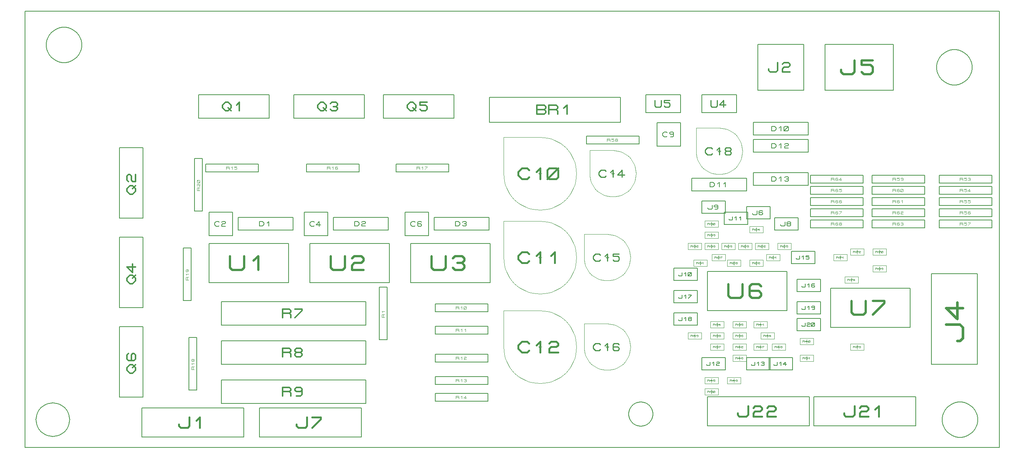
<source format=gbr>
G04 PROTEUS GERBER X2 FILE*
%TF.GenerationSoftware,Labcenter,Proteus,8.6-SP2-Build23525*%
%TF.CreationDate,2018-12-10T17:09:55+00:00*%
%TF.FileFunction,AssemblyDrawing,Top*%
%TF.FilePolarity,Positive*%
%TF.Part,Single*%
%FSLAX45Y45*%
%MOMM*%
G01*
%TA.AperFunction,Profile*%
%ADD32C,0.203200*%
%TA.AperFunction,Material*%
%ADD33C,0.203200*%
%ADD62C,0.316990*%
%ADD63C,0.533400*%
%ADD64C,0.172210*%
%ADD65C,0.176100*%
%ADD66C,0.621790*%
%ADD67C,0.514770*%
%ADD68C,0.345440*%
%ADD69C,0.342190*%
%ADD74C,0.240790*%
%ADD75C,0.050000*%
%ADD76C,0.263750*%
%ADD77C,0.393190*%
%ADD78C,0.413750*%
%ADD79C,0.106680*%
%ADD80C,0.078750*%
%ADD81C,0.164590*%
%ADD82C,0.132080*%
%TD.AperFunction*%
D32*
X-11811000Y+2667000D02*
X+10287000Y+2667000D01*
X+10287000Y+12573000D01*
X-11811000Y+12573000D01*
X-11811000Y+2667000D01*
X-10794444Y+3302000D02*
X-10795647Y+3332279D01*
X-10805415Y+3392839D01*
X-10825767Y+3453399D01*
X-10858733Y+3513959D01*
X-10908917Y+3574492D01*
X-10969477Y+3622832D01*
X-11030037Y+3654533D01*
X-11090597Y+3673875D01*
X-11151157Y+3682746D01*
X-11176000Y+3683556D01*
X-11557556Y+3302000D02*
X-11556353Y+3332279D01*
X-11546585Y+3392839D01*
X-11526233Y+3453399D01*
X-11493267Y+3513959D01*
X-11443083Y+3574492D01*
X-11382523Y+3622832D01*
X-11321963Y+3654533D01*
X-11261403Y+3673875D01*
X-11200843Y+3682746D01*
X-11176000Y+3683556D01*
X-11557556Y+3302000D02*
X-11556353Y+3271721D01*
X-11546585Y+3211161D01*
X-11526233Y+3150601D01*
X-11493267Y+3090041D01*
X-11443083Y+3029508D01*
X-11382523Y+2981168D01*
X-11321963Y+2949467D01*
X-11261403Y+2930125D01*
X-11200843Y+2921254D01*
X-11176000Y+2920444D01*
X-10794444Y+3302000D02*
X-10795647Y+3271721D01*
X-10805415Y+3211161D01*
X-10825767Y+3150601D01*
X-10858733Y+3090041D01*
X-10908917Y+3029508D01*
X-10969477Y+2981168D01*
X-11030037Y+2949467D01*
X-11090597Y+2930125D01*
X-11151157Y+2921254D01*
X-11176000Y+2920444D01*
X+9799609Y+3302000D02*
X+9798349Y+3333791D01*
X+9788120Y+3397374D01*
X+9766812Y+3460957D01*
X+9732314Y+3524540D01*
X+9679838Y+3588107D01*
X+9616255Y+3639127D01*
X+9552672Y+3672630D01*
X+9489089Y+3693143D01*
X+9425506Y+3702666D01*
X+9398000Y+3703609D01*
X+8996391Y+3302000D02*
X+8997651Y+3333791D01*
X+9007880Y+3397374D01*
X+9029188Y+3460957D01*
X+9063686Y+3524540D01*
X+9116162Y+3588107D01*
X+9179745Y+3639127D01*
X+9243328Y+3672630D01*
X+9306911Y+3693143D01*
X+9370494Y+3702666D01*
X+9398000Y+3703609D01*
X+8996391Y+3302000D02*
X+8997651Y+3270209D01*
X+9007880Y+3206626D01*
X+9029188Y+3143043D01*
X+9063686Y+3079460D01*
X+9116162Y+3015893D01*
X+9179745Y+2964873D01*
X+9243328Y+2931370D01*
X+9306911Y+2910857D01*
X+9370494Y+2901334D01*
X+9398000Y+2900391D01*
X+9799609Y+3302000D02*
X+9798349Y+3270209D01*
X+9788120Y+3206626D01*
X+9766812Y+3143043D01*
X+9732314Y+3079460D01*
X+9679838Y+3015893D01*
X+9616255Y+2964873D01*
X+9552672Y+2931370D01*
X+9489089Y+2910857D01*
X+9425506Y+2901334D01*
X+9398000Y+2900391D01*
X+9672609Y+11303000D02*
X+9671349Y+11334791D01*
X+9661120Y+11398374D01*
X+9639812Y+11461957D01*
X+9605314Y+11525540D01*
X+9552838Y+11589107D01*
X+9489255Y+11640127D01*
X+9425672Y+11673630D01*
X+9362089Y+11694143D01*
X+9298506Y+11703666D01*
X+9271000Y+11704609D01*
X+8869391Y+11303000D02*
X+8870651Y+11334791D01*
X+8880880Y+11398374D01*
X+8902188Y+11461957D01*
X+8936686Y+11525540D01*
X+8989162Y+11589107D01*
X+9052745Y+11640127D01*
X+9116328Y+11673630D01*
X+9179911Y+11694143D01*
X+9243494Y+11703666D01*
X+9271000Y+11704609D01*
X+8869391Y+11303000D02*
X+8870651Y+11271209D01*
X+8880880Y+11207626D01*
X+8902188Y+11144043D01*
X+8936686Y+11080460D01*
X+8989162Y+11016893D01*
X+9052745Y+10965873D01*
X+9116328Y+10932370D01*
X+9179911Y+10911857D01*
X+9243494Y+10902334D01*
X+9271000Y+10901391D01*
X+9672609Y+11303000D02*
X+9671349Y+11271209D01*
X+9661120Y+11207626D01*
X+9639812Y+11144043D01*
X+9605314Y+11080460D01*
X+9552838Y+11016893D01*
X+9489255Y+10965873D01*
X+9425672Y+10932370D01*
X+9362089Y+10911857D01*
X+9298506Y+10902334D01*
X+9271000Y+10901391D01*
X+2433609Y+3429000D02*
X+2432719Y+3451087D01*
X+2425494Y+3495263D01*
X+2410423Y+3539439D01*
X+2385946Y+3583615D01*
X+2348565Y+3627684D01*
X+2304389Y+3661964D01*
X+2260213Y+3684276D01*
X+2216037Y+3697620D01*
X+2171861Y+3703308D01*
X+2159000Y+3703609D01*
X+1884391Y+3429000D02*
X+1885281Y+3451087D01*
X+1892506Y+3495263D01*
X+1907577Y+3539439D01*
X+1932054Y+3583615D01*
X+1969435Y+3627684D01*
X+2013611Y+3661964D01*
X+2057787Y+3684276D01*
X+2101963Y+3697620D01*
X+2146139Y+3703308D01*
X+2159000Y+3703609D01*
X+1884391Y+3429000D02*
X+1885281Y+3406913D01*
X+1892506Y+3362737D01*
X+1907577Y+3318561D01*
X+1932054Y+3274385D01*
X+1969435Y+3230316D01*
X+2013611Y+3196036D01*
X+2057787Y+3173724D01*
X+2101963Y+3160380D01*
X+2146139Y+3154692D01*
X+2159000Y+3154391D01*
X+2433609Y+3429000D02*
X+2432719Y+3406913D01*
X+2425494Y+3362737D01*
X+2410423Y+3318561D01*
X+2385946Y+3274385D01*
X+2348565Y+3230316D01*
X+2304389Y+3196036D01*
X+2260213Y+3173724D01*
X+2216037Y+3160380D01*
X+2171861Y+3154692D01*
X+2159000Y+3154391D01*
D33*
X-7868660Y+10148440D02*
X-6273540Y+10148440D01*
X-6273540Y+10676760D01*
X-7868660Y+10676760D01*
X-7868660Y+10148440D01*
D62*
X-7324693Y+10444299D02*
X-7261295Y+10507697D01*
X-7197897Y+10507697D01*
X-7134499Y+10444299D01*
X-7134499Y+10380900D01*
X-7197897Y+10317502D01*
X-7261295Y+10317502D01*
X-7324693Y+10380900D01*
X-7324693Y+10444299D01*
X-7197897Y+10380900D02*
X-7134499Y+10317502D01*
X-7007702Y+10444299D02*
X-6944304Y+10507697D01*
X-6944304Y+10317502D01*
D33*
X-9660760Y+7879340D02*
X-9132440Y+7879340D01*
X-9132440Y+9474460D01*
X-9660760Y+9474460D01*
X-9660760Y+7879340D01*
D62*
X-9428299Y+8423307D02*
X-9491697Y+8486705D01*
X-9491697Y+8550103D01*
X-9428299Y+8613501D01*
X-9364900Y+8613501D01*
X-9301502Y+8550103D01*
X-9301502Y+8486705D01*
X-9364900Y+8423307D01*
X-9428299Y+8423307D01*
X-9364900Y+8550103D02*
X-9301502Y+8613501D01*
X-9459998Y+8708599D02*
X-9491697Y+8740298D01*
X-9491697Y+8835395D01*
X-9459998Y+8867094D01*
X-9428299Y+8867094D01*
X-9396600Y+8835395D01*
X-9396600Y+8740298D01*
X-9364900Y+8708599D01*
X-9301502Y+8708599D01*
X-9301502Y+8867094D01*
D33*
X-5709660Y+10148440D02*
X-4114540Y+10148440D01*
X-4114540Y+10676760D01*
X-5709660Y+10676760D01*
X-5709660Y+10148440D01*
D62*
X-5165693Y+10444299D02*
X-5102295Y+10507697D01*
X-5038897Y+10507697D01*
X-4975499Y+10444299D01*
X-4975499Y+10380900D01*
X-5038897Y+10317502D01*
X-5102295Y+10317502D01*
X-5165693Y+10380900D01*
X-5165693Y+10444299D01*
X-5038897Y+10380900D02*
X-4975499Y+10317502D01*
X-4880401Y+10475998D02*
X-4848702Y+10507697D01*
X-4753605Y+10507697D01*
X-4721906Y+10475998D01*
X-4721906Y+10444299D01*
X-4753605Y+10412600D01*
X-4721906Y+10380900D01*
X-4721906Y+10349201D01*
X-4753605Y+10317502D01*
X-4848702Y+10317502D01*
X-4880401Y+10349201D01*
X-4817003Y+10412600D02*
X-4753605Y+10412600D01*
D33*
X-9660760Y+5847340D02*
X-9132440Y+5847340D01*
X-9132440Y+7442460D01*
X-9660760Y+7442460D01*
X-9660760Y+5847340D01*
D62*
X-9428299Y+6391307D02*
X-9491697Y+6454705D01*
X-9491697Y+6518103D01*
X-9428299Y+6581501D01*
X-9364900Y+6581501D01*
X-9301502Y+6518103D01*
X-9301502Y+6454705D01*
X-9364900Y+6391307D01*
X-9428299Y+6391307D01*
X-9364900Y+6518103D02*
X-9301502Y+6581501D01*
X-9364900Y+6835094D02*
X-9364900Y+6644900D01*
X-9491697Y+6771696D01*
X-9301502Y+6771696D01*
D33*
X-3677660Y+10148440D02*
X-2082540Y+10148440D01*
X-2082540Y+10676760D01*
X-3677660Y+10676760D01*
X-3677660Y+10148440D01*
D62*
X-3133693Y+10444299D02*
X-3070295Y+10507697D01*
X-3006897Y+10507697D01*
X-2943499Y+10444299D01*
X-2943499Y+10380900D01*
X-3006897Y+10317502D01*
X-3070295Y+10317502D01*
X-3133693Y+10380900D01*
X-3133693Y+10444299D01*
X-3006897Y+10380900D02*
X-2943499Y+10317502D01*
X-2689906Y+10507697D02*
X-2848401Y+10507697D01*
X-2848401Y+10444299D01*
X-2721605Y+10444299D01*
X-2689906Y+10412600D01*
X-2689906Y+10349201D01*
X-2721605Y+10317502D01*
X-2816702Y+10317502D01*
X-2848401Y+10349201D01*
D33*
X-9660760Y+3815340D02*
X-9132440Y+3815340D01*
X-9132440Y+5410460D01*
X-9660760Y+5410460D01*
X-9660760Y+3815340D01*
D62*
X-9428299Y+4359307D02*
X-9491697Y+4422705D01*
X-9491697Y+4486103D01*
X-9428299Y+4549501D01*
X-9364900Y+4549501D01*
X-9301502Y+4486103D01*
X-9301502Y+4422705D01*
X-9364900Y+4359307D01*
X-9428299Y+4359307D01*
X-9364900Y+4486103D02*
X-9301502Y+4549501D01*
X-9459998Y+4803094D02*
X-9491697Y+4771395D01*
X-9491697Y+4676298D01*
X-9459998Y+4644599D01*
X-9333201Y+4644599D01*
X-9301502Y+4676298D01*
X-9301502Y+4771395D01*
X-9333201Y+4803094D01*
X-9364900Y+4803094D01*
X-9396600Y+4771395D01*
X-9396600Y+4644599D01*
D33*
X-7630160Y+6413500D02*
X-5831840Y+6413500D01*
X-5831840Y+7302500D01*
X-7630160Y+7302500D01*
X-7630160Y+6413500D01*
D63*
X-7157720Y+7018020D02*
X-7157720Y+6751320D01*
X-7104380Y+6697980D01*
X-6891020Y+6697980D01*
X-6837680Y+6751320D01*
X-6837680Y+7018020D01*
X-6624320Y+6911340D02*
X-6517640Y+7018020D01*
X-6517640Y+6697980D01*
D33*
X-5344160Y+6413500D02*
X-3545840Y+6413500D01*
X-3545840Y+7302500D01*
X-5344160Y+7302500D01*
X-5344160Y+6413500D01*
D63*
X-4871720Y+7018020D02*
X-4871720Y+6751320D01*
X-4818380Y+6697980D01*
X-4605020Y+6697980D01*
X-4551680Y+6751320D01*
X-4551680Y+7018020D01*
X-4391660Y+6964680D02*
X-4338320Y+7018020D01*
X-4178300Y+7018020D01*
X-4124960Y+6964680D01*
X-4124960Y+6911340D01*
X-4178300Y+6858000D01*
X-4338320Y+6858000D01*
X-4391660Y+6804660D01*
X-4391660Y+6697980D01*
X-4124960Y+6697980D01*
D33*
X-3058160Y+6413500D02*
X-1259840Y+6413500D01*
X-1259840Y+7302500D01*
X-3058160Y+7302500D01*
X-3058160Y+6413500D01*
D63*
X-2585720Y+7018020D02*
X-2585720Y+6751320D01*
X-2532380Y+6697980D01*
X-2319020Y+6697980D01*
X-2265680Y+6751320D01*
X-2265680Y+7018020D01*
X-2105660Y+6964680D02*
X-2052320Y+7018020D01*
X-1892300Y+7018020D01*
X-1838960Y+6964680D01*
X-1838960Y+6911340D01*
X-1892300Y+6858000D01*
X-1838960Y+6804660D01*
X-1838960Y+6751320D01*
X-1892300Y+6697980D01*
X-2052320Y+6697980D01*
X-2105660Y+6751320D01*
X-1998980Y+6858000D02*
X-1892300Y+6858000D01*
D33*
X-6972300Y+7604760D02*
X-5727700Y+7604760D01*
X-5727700Y+7891780D01*
X-6972300Y+7891780D01*
X-6972300Y+7604760D01*
D64*
X-6487769Y+7696606D02*
X-6487769Y+7799933D01*
X-6418885Y+7799933D01*
X-6384443Y+7765491D01*
X-6384443Y+7731048D01*
X-6418885Y+7696606D01*
X-6487769Y+7696606D01*
X-6315558Y+7765491D02*
X-6281116Y+7799933D01*
X-6281116Y+7696606D01*
D33*
X-4813300Y+7604760D02*
X-3568700Y+7604760D01*
X-3568700Y+7891780D01*
X-4813300Y+7891780D01*
X-4813300Y+7604760D01*
D64*
X-4328769Y+7696606D02*
X-4328769Y+7799933D01*
X-4259885Y+7799933D01*
X-4225443Y+7765491D01*
X-4225443Y+7731048D01*
X-4259885Y+7696606D01*
X-4328769Y+7696606D01*
X-4173779Y+7782712D02*
X-4156558Y+7799933D01*
X-4104895Y+7799933D01*
X-4087674Y+7782712D01*
X-4087674Y+7765491D01*
X-4104895Y+7748270D01*
X-4156558Y+7748270D01*
X-4173779Y+7731048D01*
X-4173779Y+7696606D01*
X-4087674Y+7696606D01*
D33*
X-2527300Y+7604760D02*
X-1282700Y+7604760D01*
X-1282700Y+7891780D01*
X-2527300Y+7891780D01*
X-2527300Y+7604760D01*
D64*
X-2042769Y+7696606D02*
X-2042769Y+7799933D01*
X-1973885Y+7799933D01*
X-1939443Y+7765491D01*
X-1939443Y+7731048D01*
X-1973885Y+7696606D01*
X-2042769Y+7696606D01*
X-1887779Y+7782712D02*
X-1870558Y+7799933D01*
X-1818895Y+7799933D01*
X-1801674Y+7782712D01*
X-1801674Y+7765491D01*
X-1818895Y+7748270D01*
X-1801674Y+7731048D01*
X-1801674Y+7713827D01*
X-1818895Y+7696606D01*
X-1870558Y+7696606D01*
X-1887779Y+7713827D01*
X-1853337Y+7748270D02*
X-1818895Y+7748270D01*
D33*
X-7630160Y+7482840D02*
X-7101840Y+7482840D01*
X-7101840Y+8011160D01*
X-7630160Y+8011160D01*
X-7630160Y+7482840D01*
D65*
X-7401221Y+7711778D02*
X-7418832Y+7694168D01*
X-7471663Y+7694168D01*
X-7506884Y+7729389D01*
X-7506884Y+7764610D01*
X-7471663Y+7799831D01*
X-7418832Y+7799831D01*
X-7401221Y+7782221D01*
X-7348390Y+7782221D02*
X-7330779Y+7799831D01*
X-7277948Y+7799831D01*
X-7260337Y+7782221D01*
X-7260337Y+7764610D01*
X-7277948Y+7747000D01*
X-7330779Y+7747000D01*
X-7348390Y+7729389D01*
X-7348390Y+7694168D01*
X-7260337Y+7694168D01*
D33*
X-5471160Y+7482840D02*
X-4942840Y+7482840D01*
X-4942840Y+8011160D01*
X-5471160Y+8011160D01*
X-5471160Y+7482840D01*
D65*
X-5242221Y+7711778D02*
X-5259832Y+7694168D01*
X-5312663Y+7694168D01*
X-5347884Y+7729389D01*
X-5347884Y+7764610D01*
X-5312663Y+7799831D01*
X-5259832Y+7799831D01*
X-5242221Y+7782221D01*
X-5101337Y+7729389D02*
X-5207000Y+7729389D01*
X-5136558Y+7799831D01*
X-5136558Y+7694168D01*
D33*
X-3185160Y+7482840D02*
X-2656840Y+7482840D01*
X-2656840Y+8011160D01*
X-3185160Y+8011160D01*
X-3185160Y+7482840D01*
D65*
X-2956221Y+7711778D02*
X-2973832Y+7694168D01*
X-3026663Y+7694168D01*
X-3061884Y+7729389D01*
X-3061884Y+7764610D01*
X-3026663Y+7799831D01*
X-2973832Y+7799831D01*
X-2956221Y+7782221D01*
X-2815337Y+7782221D02*
X-2832948Y+7799831D01*
X-2885779Y+7799831D01*
X-2903390Y+7782221D01*
X-2903390Y+7711778D01*
X-2885779Y+7694168D01*
X-2832948Y+7694168D01*
X-2815337Y+7711778D01*
X-2815337Y+7729389D01*
X-2832948Y+7747000D01*
X-2903390Y+7747000D01*
D33*
X+8752840Y+4561840D02*
X+9789160Y+4561840D01*
X+9789160Y+6614160D01*
X+8752840Y+6614160D01*
X+8752840Y+4561840D01*
D66*
X+9333180Y+5090567D02*
X+9395359Y+5090567D01*
X+9457538Y+5152746D01*
X+9457538Y+5401462D01*
X+9395359Y+5463641D01*
X+9084463Y+5463641D01*
X+9333180Y+5961074D02*
X+9333180Y+5588000D01*
X+9084463Y+5836716D01*
X+9457538Y+5836716D01*
D33*
X+6339840Y+10784840D02*
X+7884160Y+10784840D01*
X+7884160Y+11821160D01*
X+6339840Y+11821160D01*
X+6339840Y+10784840D01*
D67*
X+6700182Y+11251523D02*
X+6700182Y+11200045D01*
X+6751659Y+11148568D01*
X+6957568Y+11148568D01*
X+7009045Y+11200045D01*
X+7009045Y+11457432D01*
X+7420863Y+11457432D02*
X+7163477Y+11457432D01*
X+7163477Y+11354477D01*
X+7369386Y+11354477D01*
X+7420863Y+11303000D01*
X+7420863Y+11200045D01*
X+7369386Y+11148568D01*
X+7214954Y+11148568D01*
X+7163477Y+11200045D01*
D33*
X+4815840Y+10784840D02*
X+5852160Y+10784840D01*
X+5852160Y+11821160D01*
X+4815840Y+11821160D01*
X+4815840Y+10784840D01*
D68*
X+5057648Y+11268456D02*
X+5057648Y+11233912D01*
X+5092192Y+11199368D01*
X+5230368Y+11199368D01*
X+5264912Y+11233912D01*
X+5264912Y+11406632D01*
X+5368544Y+11372088D02*
X+5403088Y+11406632D01*
X+5506720Y+11406632D01*
X+5541264Y+11372088D01*
X+5541264Y+11337544D01*
X+5506720Y+11303000D01*
X+5403088Y+11303000D01*
X+5368544Y+11268456D01*
X+5368544Y+11199368D01*
X+5541264Y+11199368D01*
D33*
X-1276160Y+10053840D02*
X+1694160Y+10053840D01*
X+1694160Y+10624160D01*
X-1276160Y+10624160D01*
X-1276160Y+10053840D01*
D69*
X-201629Y+10236342D02*
X-201629Y+10441657D01*
X-30534Y+10441657D01*
X+3685Y+10407438D01*
X+3685Y+10373219D01*
X-30534Y+10339000D01*
X+3685Y+10304780D01*
X+3685Y+10270561D01*
X-30534Y+10236342D01*
X-201629Y+10236342D01*
X-201629Y+10339000D02*
X-30534Y+10339000D01*
X+72124Y+10236342D02*
X+72124Y+10441657D01*
X+243219Y+10441657D01*
X+277438Y+10407438D01*
X+277438Y+10373219D01*
X+243219Y+10339000D01*
X+72124Y+10339000D01*
X+243219Y+10339000D02*
X+277438Y+10304780D01*
X+277438Y+10236342D01*
X+414315Y+10373219D02*
X+482753Y+10441657D01*
X+482753Y+10236342D01*
D33*
X+3545840Y+10276840D02*
X+4328160Y+10276840D01*
X+4328160Y+10678160D01*
X+3545840Y+10678160D01*
X+3545840Y+10276840D01*
D74*
X+3744367Y+10549737D02*
X+3744367Y+10429341D01*
X+3768446Y+10405262D01*
X+3864762Y+10405262D01*
X+3888841Y+10429341D01*
X+3888841Y+10549737D01*
X+4081474Y+10453420D02*
X+3937000Y+10453420D01*
X+4033316Y+10549737D01*
X+4033316Y+10405262D01*
D33*
X+2275840Y+10276840D02*
X+3058160Y+10276840D01*
X+3058160Y+10678160D01*
X+2275840Y+10678160D01*
X+2275840Y+10276840D01*
D74*
X+2474367Y+10549737D02*
X+2474367Y+10429341D01*
X+2498446Y+10405262D01*
X+2594762Y+10405262D01*
X+2618841Y+10429341D01*
X+2618841Y+10549737D01*
X+2811474Y+10549737D02*
X+2691079Y+10549737D01*
X+2691079Y+10501579D01*
X+2787395Y+10501579D01*
X+2811474Y+10477500D01*
X+2811474Y+10429341D01*
X+2787395Y+10405262D01*
X+2715158Y+10405262D01*
X+2691079Y+10429341D01*
D33*
X+2529840Y+9514840D02*
X+3058160Y+9514840D01*
X+3058160Y+10043160D01*
X+2529840Y+10043160D01*
X+2529840Y+9514840D01*
D65*
X+2758779Y+9743778D02*
X+2741168Y+9726168D01*
X+2688337Y+9726168D01*
X+2653116Y+9761389D01*
X+2653116Y+9796610D01*
X+2688337Y+9831831D01*
X+2741168Y+9831831D01*
X+2758779Y+9814221D01*
X+2899663Y+9796610D02*
X+2882052Y+9779000D01*
X+2829221Y+9779000D01*
X+2811610Y+9796610D01*
X+2811610Y+9814221D01*
X+2829221Y+9831831D01*
X+2882052Y+9831831D01*
X+2899663Y+9814221D01*
X+2899663Y+9743778D01*
X+2882052Y+9726168D01*
X+2829221Y+9726168D01*
D75*
X+3962000Y+9398000D02*
X+3961914Y+9400076D01*
X+3961212Y+9404229D01*
X+3959742Y+9408382D01*
X+3957340Y+9412535D01*
X+3953667Y+9416634D01*
X+3949514Y+9419643D01*
X+3945361Y+9421560D01*
X+3941208Y+9422643D01*
X+3937055Y+9423000D01*
X+3937000Y+9423000D01*
X+3912000Y+9398000D02*
X+3912086Y+9400076D01*
X+3912788Y+9404229D01*
X+3914258Y+9408382D01*
X+3916660Y+9412535D01*
X+3920333Y+9416634D01*
X+3924486Y+9419643D01*
X+3928639Y+9421560D01*
X+3932792Y+9422643D01*
X+3936945Y+9423000D01*
X+3937000Y+9423000D01*
X+3912000Y+9398000D02*
X+3912086Y+9395924D01*
X+3912788Y+9391771D01*
X+3914258Y+9387618D01*
X+3916660Y+9383465D01*
X+3920333Y+9379366D01*
X+3924486Y+9376357D01*
X+3928639Y+9374440D01*
X+3932792Y+9373357D01*
X+3936945Y+9373000D01*
X+3937000Y+9373000D01*
X+3962000Y+9398000D02*
X+3961914Y+9395924D01*
X+3961212Y+9391771D01*
X+3959742Y+9387618D01*
X+3957340Y+9383465D01*
X+3953667Y+9379366D01*
X+3949514Y+9376357D01*
X+3945361Y+9374440D01*
X+3941208Y+9373357D01*
X+3937055Y+9373000D01*
X+3937000Y+9373000D01*
X+3972000Y+9398000D02*
X+3902000Y+9398000D01*
X+3937000Y+9433000D02*
X+3937000Y+9363000D01*
X+3412000Y+9923000D02*
X+3412000Y+9398000D01*
X+3414652Y+9343438D01*
X+3422446Y+9290655D01*
X+3435143Y+9239890D01*
X+3452503Y+9191384D01*
X+3474285Y+9145378D01*
X+3500248Y+9102111D01*
X+3530152Y+9061824D01*
X+3563758Y+9024758D01*
X+3600824Y+8991152D01*
X+3641111Y+8961248D01*
X+3684378Y+8935285D01*
X+3730384Y+8913503D01*
X+3778890Y+8896143D01*
X+3829655Y+8883446D01*
X+3882438Y+8875652D01*
X+3937000Y+8873000D01*
X+3991562Y+8875652D01*
X+4044345Y+8883446D01*
X+4095110Y+8896143D01*
X+4143616Y+8913503D01*
X+4189622Y+8935285D01*
X+4232889Y+8961248D01*
X+4273176Y+8991152D01*
X+4310242Y+9024758D01*
X+4343848Y+9061824D01*
X+4373752Y+9102111D01*
X+4399715Y+9145378D01*
X+4421497Y+9191384D01*
X+4438857Y+9239890D01*
X+4451554Y+9290655D01*
X+4459348Y+9343438D01*
X+4462000Y+9398000D01*
X+4459348Y+9452562D01*
X+4451554Y+9505345D01*
X+4438857Y+9556110D01*
X+4421497Y+9604616D01*
X+4399715Y+9650622D01*
X+4373752Y+9693889D01*
X+4343848Y+9734176D01*
X+4310242Y+9771242D01*
X+4273176Y+9804848D01*
X+4232889Y+9834752D01*
X+4189622Y+9860715D01*
X+4143616Y+9882497D01*
X+4095110Y+9899857D01*
X+4044345Y+9912554D01*
X+3991562Y+9920348D01*
X+3937000Y+9923000D01*
X+3412000Y+9923000D01*
D76*
X+3778750Y+9345250D02*
X+3752375Y+9318875D01*
X+3673250Y+9318875D01*
X+3620500Y+9371625D01*
X+3620500Y+9424375D01*
X+3673250Y+9477125D01*
X+3752375Y+9477125D01*
X+3778750Y+9450750D01*
X+3884250Y+9424375D02*
X+3937000Y+9477125D01*
X+3937000Y+9318875D01*
X+4095250Y+9398000D02*
X+4068875Y+9424375D01*
X+4068875Y+9450750D01*
X+4095250Y+9477125D01*
X+4174375Y+9477125D01*
X+4200750Y+9450750D01*
X+4200750Y+9424375D01*
X+4174375Y+9398000D01*
X+4095250Y+9398000D01*
X+4068875Y+9371625D01*
X+4068875Y+9345250D01*
X+4095250Y+9318875D01*
X+4174375Y+9318875D01*
X+4200750Y+9345250D01*
X+4200750Y+9371625D01*
X+4174375Y+9398000D01*
D33*
X+4711700Y+9763760D02*
X+5956300Y+9763760D01*
X+5956300Y+10050780D01*
X+4711700Y+10050780D01*
X+4711700Y+9763760D01*
D64*
X+5127347Y+9855606D02*
X+5127347Y+9958933D01*
X+5196231Y+9958933D01*
X+5230673Y+9924491D01*
X+5230673Y+9890048D01*
X+5196231Y+9855606D01*
X+5127347Y+9855606D01*
X+5299558Y+9924491D02*
X+5334000Y+9958933D01*
X+5334000Y+9855606D01*
X+5402885Y+9872827D02*
X+5402885Y+9941712D01*
X+5420106Y+9958933D01*
X+5488990Y+9958933D01*
X+5506211Y+9941712D01*
X+5506211Y+9872827D01*
X+5488990Y+9855606D01*
X+5420106Y+9855606D01*
X+5402885Y+9872827D01*
X+5402885Y+9855606D02*
X+5506211Y+9958933D01*
D33*
X+3314700Y+8493760D02*
X+4559300Y+8493760D01*
X+4559300Y+8780780D01*
X+3314700Y+8780780D01*
X+3314700Y+8493760D01*
D64*
X+3730347Y+8585606D02*
X+3730347Y+8688933D01*
X+3799231Y+8688933D01*
X+3833673Y+8654491D01*
X+3833673Y+8620048D01*
X+3799231Y+8585606D01*
X+3730347Y+8585606D01*
X+3902558Y+8654491D02*
X+3937000Y+8688933D01*
X+3937000Y+8585606D01*
X+4040327Y+8654491D02*
X+4074769Y+8688933D01*
X+4074769Y+8585606D01*
D33*
X+4711700Y+9380220D02*
X+5956300Y+9380220D01*
X+5956300Y+9667240D01*
X+4711700Y+9667240D01*
X+4711700Y+9380220D01*
D64*
X+5127347Y+9472066D02*
X+5127347Y+9575393D01*
X+5196231Y+9575393D01*
X+5230673Y+9540951D01*
X+5230673Y+9506508D01*
X+5196231Y+9472066D01*
X+5127347Y+9472066D01*
X+5299558Y+9540951D02*
X+5334000Y+9575393D01*
X+5334000Y+9472066D01*
X+5420106Y+9558172D02*
X+5437327Y+9575393D01*
X+5488990Y+9575393D01*
X+5506211Y+9558172D01*
X+5506211Y+9540951D01*
X+5488990Y+9523730D01*
X+5437327Y+9523730D01*
X+5420106Y+9506508D01*
X+5420106Y+9472066D01*
X+5506211Y+9472066D01*
D33*
X+4711700Y+8620760D02*
X+5956300Y+8620760D01*
X+5956300Y+8907780D01*
X+4711700Y+8907780D01*
X+4711700Y+8620760D01*
D64*
X+5127347Y+8712606D02*
X+5127347Y+8815933D01*
X+5196231Y+8815933D01*
X+5230673Y+8781491D01*
X+5230673Y+8747048D01*
X+5196231Y+8712606D01*
X+5127347Y+8712606D01*
X+5299558Y+8781491D02*
X+5334000Y+8815933D01*
X+5334000Y+8712606D01*
X+5420106Y+8798712D02*
X+5437327Y+8815933D01*
X+5488990Y+8815933D01*
X+5506211Y+8798712D01*
X+5506211Y+8781491D01*
X+5488990Y+8764270D01*
X+5506211Y+8747048D01*
X+5506211Y+8729827D01*
X+5488990Y+8712606D01*
X+5437327Y+8712606D01*
X+5420106Y+8729827D01*
X+5454548Y+8764270D02*
X+5488990Y+8764270D01*
D33*
X-9154160Y+2910840D02*
X-6847840Y+2910840D01*
X-6847840Y+3566160D01*
X-9154160Y+3566160D01*
X-9154160Y+2910840D01*
D77*
X-8315553Y+3199180D02*
X-8315553Y+3159861D01*
X-8276234Y+3120542D01*
X-8118958Y+3120542D01*
X-8079639Y+3159861D01*
X-8079639Y+3356457D01*
X-7922362Y+3277819D02*
X-7843724Y+3356457D01*
X-7843724Y+3120542D01*
D75*
X-102000Y+6985000D02*
X-102086Y+6987076D01*
X-102788Y+6991229D01*
X-104258Y+6995382D01*
X-106660Y+6999535D01*
X-110333Y+7003634D01*
X-114486Y+7006643D01*
X-118639Y+7008560D01*
X-122792Y+7009643D01*
X-126945Y+7010000D01*
X-127000Y+7010000D01*
X-152000Y+6985000D02*
X-151914Y+6987076D01*
X-151212Y+6991229D01*
X-149742Y+6995382D01*
X-147340Y+6999535D01*
X-143667Y+7003634D01*
X-139514Y+7006643D01*
X-135361Y+7008560D01*
X-131208Y+7009643D01*
X-127055Y+7010000D01*
X-127000Y+7010000D01*
X-152000Y+6985000D02*
X-151914Y+6982924D01*
X-151212Y+6978771D01*
X-149742Y+6974618D01*
X-147340Y+6970465D01*
X-143667Y+6966366D01*
X-139514Y+6963357D01*
X-135361Y+6961440D01*
X-131208Y+6960357D01*
X-127055Y+6960000D01*
X-127000Y+6960000D01*
X-102000Y+6985000D02*
X-102086Y+6982924D01*
X-102788Y+6978771D01*
X-104258Y+6974618D01*
X-106660Y+6970465D01*
X-110333Y+6966366D01*
X-114486Y+6963357D01*
X-118639Y+6961440D01*
X-122792Y+6960357D01*
X-126945Y+6960000D01*
X-127000Y+6960000D01*
X-92000Y+6985000D02*
X-162000Y+6985000D01*
X-127000Y+7020000D02*
X-127000Y+6950000D01*
X-952000Y+7810000D02*
X-952000Y+6985000D01*
X-947833Y+6899260D01*
X-935585Y+6816314D01*
X-915632Y+6736541D01*
X-888352Y+6660318D01*
X-854124Y+6588022D01*
X-813325Y+6520031D01*
X-766332Y+6456724D01*
X-713523Y+6398477D01*
X-655276Y+6345668D01*
X-591968Y+6298675D01*
X-523978Y+6257876D01*
X-451682Y+6223648D01*
X-375459Y+6196368D01*
X-295686Y+6176415D01*
X-212740Y+6164167D01*
X-127000Y+6160000D01*
X-41260Y+6164167D01*
X+41686Y+6176415D01*
X+121459Y+6196368D01*
X+197682Y+6223648D01*
X+269978Y+6257876D01*
X+337968Y+6298675D01*
X+401276Y+6345668D01*
X+459523Y+6398477D01*
X+512332Y+6456724D01*
X+559325Y+6520031D01*
X+600124Y+6588022D01*
X+634352Y+6660318D01*
X+661632Y+6736541D01*
X+681585Y+6816314D01*
X+693833Y+6899260D01*
X+698000Y+6985000D01*
X+693833Y+7070740D01*
X+681585Y+7153686D01*
X+661632Y+7233459D01*
X+634352Y+7309682D01*
X+600124Y+7381978D01*
X+559325Y+7449969D01*
X+512332Y+7513276D01*
X+459523Y+7571523D01*
X+401276Y+7624332D01*
X+337968Y+7671325D01*
X+269978Y+7712124D01*
X+197682Y+7746352D01*
X+121459Y+7773632D01*
X+41686Y+7793585D01*
X-41260Y+7805833D01*
X-127000Y+7810000D01*
X-952000Y+7810000D01*
D78*
X-375250Y+6902250D02*
X-416625Y+6860875D01*
X-540750Y+6860875D01*
X-623500Y+6943625D01*
X-623500Y+7026375D01*
X-540750Y+7109125D01*
X-416625Y+7109125D01*
X-375250Y+7067750D01*
X-209750Y+7026375D02*
X-127000Y+7109125D01*
X-127000Y+6860875D01*
X+121250Y+7026375D02*
X+204000Y+7109125D01*
X+204000Y+6860875D01*
D75*
X-102000Y+4953000D02*
X-102086Y+4955076D01*
X-102788Y+4959229D01*
X-104258Y+4963382D01*
X-106660Y+4967535D01*
X-110333Y+4971634D01*
X-114486Y+4974643D01*
X-118639Y+4976560D01*
X-122792Y+4977643D01*
X-126945Y+4978000D01*
X-127000Y+4978000D01*
X-152000Y+4953000D02*
X-151914Y+4955076D01*
X-151212Y+4959229D01*
X-149742Y+4963382D01*
X-147340Y+4967535D01*
X-143667Y+4971634D01*
X-139514Y+4974643D01*
X-135361Y+4976560D01*
X-131208Y+4977643D01*
X-127055Y+4978000D01*
X-127000Y+4978000D01*
X-152000Y+4953000D02*
X-151914Y+4950924D01*
X-151212Y+4946771D01*
X-149742Y+4942618D01*
X-147340Y+4938465D01*
X-143667Y+4934366D01*
X-139514Y+4931357D01*
X-135361Y+4929440D01*
X-131208Y+4928357D01*
X-127055Y+4928000D01*
X-127000Y+4928000D01*
X-102000Y+4953000D02*
X-102086Y+4950924D01*
X-102788Y+4946771D01*
X-104258Y+4942618D01*
X-106660Y+4938465D01*
X-110333Y+4934366D01*
X-114486Y+4931357D01*
X-118639Y+4929440D01*
X-122792Y+4928357D01*
X-126945Y+4928000D01*
X-127000Y+4928000D01*
X-92000Y+4953000D02*
X-162000Y+4953000D01*
X-127000Y+4988000D02*
X-127000Y+4918000D01*
X-952000Y+5778000D02*
X-952000Y+4953000D01*
X-947833Y+4867260D01*
X-935585Y+4784314D01*
X-915632Y+4704541D01*
X-888352Y+4628318D01*
X-854124Y+4556022D01*
X-813325Y+4488031D01*
X-766332Y+4424724D01*
X-713523Y+4366477D01*
X-655276Y+4313668D01*
X-591968Y+4266675D01*
X-523978Y+4225876D01*
X-451682Y+4191648D01*
X-375459Y+4164368D01*
X-295686Y+4144415D01*
X-212740Y+4132167D01*
X-127000Y+4128000D01*
X-41260Y+4132167D01*
X+41686Y+4144415D01*
X+121459Y+4164368D01*
X+197682Y+4191648D01*
X+269978Y+4225876D01*
X+337968Y+4266675D01*
X+401276Y+4313668D01*
X+459523Y+4366477D01*
X+512332Y+4424724D01*
X+559325Y+4488031D01*
X+600124Y+4556022D01*
X+634352Y+4628318D01*
X+661632Y+4704541D01*
X+681585Y+4784314D01*
X+693833Y+4867260D01*
X+698000Y+4953000D01*
X+693833Y+5038740D01*
X+681585Y+5121686D01*
X+661632Y+5201459D01*
X+634352Y+5277682D01*
X+600124Y+5349978D01*
X+559325Y+5417969D01*
X+512332Y+5481276D01*
X+459523Y+5539523D01*
X+401276Y+5592332D01*
X+337968Y+5639325D01*
X+269978Y+5680124D01*
X+197682Y+5714352D01*
X+121459Y+5741632D01*
X+41686Y+5761585D01*
X-41260Y+5773833D01*
X-127000Y+5778000D01*
X-952000Y+5778000D01*
D78*
X-375250Y+4870250D02*
X-416625Y+4828875D01*
X-540750Y+4828875D01*
X-623500Y+4911625D01*
X-623500Y+4994375D01*
X-540750Y+5077125D01*
X-416625Y+5077125D01*
X-375250Y+5035750D01*
X-209750Y+4994375D02*
X-127000Y+5077125D01*
X-127000Y+4828875D01*
X+79875Y+5035750D02*
X+121250Y+5077125D01*
X+245375Y+5077125D01*
X+286750Y+5035750D01*
X+286750Y+4994375D01*
X+245375Y+4953000D01*
X+121250Y+4953000D01*
X+79875Y+4911625D01*
X+79875Y+4828875D01*
X+286750Y+4828875D01*
D75*
X-102000Y+8890000D02*
X-102086Y+8892076D01*
X-102788Y+8896229D01*
X-104258Y+8900382D01*
X-106660Y+8904535D01*
X-110333Y+8908634D01*
X-114486Y+8911643D01*
X-118639Y+8913560D01*
X-122792Y+8914643D01*
X-126945Y+8915000D01*
X-127000Y+8915000D01*
X-152000Y+8890000D02*
X-151914Y+8892076D01*
X-151212Y+8896229D01*
X-149742Y+8900382D01*
X-147340Y+8904535D01*
X-143667Y+8908634D01*
X-139514Y+8911643D01*
X-135361Y+8913560D01*
X-131208Y+8914643D01*
X-127055Y+8915000D01*
X-127000Y+8915000D01*
X-152000Y+8890000D02*
X-151914Y+8887924D01*
X-151212Y+8883771D01*
X-149742Y+8879618D01*
X-147340Y+8875465D01*
X-143667Y+8871366D01*
X-139514Y+8868357D01*
X-135361Y+8866440D01*
X-131208Y+8865357D01*
X-127055Y+8865000D01*
X-127000Y+8865000D01*
X-102000Y+8890000D02*
X-102086Y+8887924D01*
X-102788Y+8883771D01*
X-104258Y+8879618D01*
X-106660Y+8875465D01*
X-110333Y+8871366D01*
X-114486Y+8868357D01*
X-118639Y+8866440D01*
X-122792Y+8865357D01*
X-126945Y+8865000D01*
X-127000Y+8865000D01*
X-92000Y+8890000D02*
X-162000Y+8890000D01*
X-127000Y+8925000D02*
X-127000Y+8855000D01*
X-952000Y+9715000D02*
X-952000Y+8890000D01*
X-947833Y+8804260D01*
X-935585Y+8721314D01*
X-915632Y+8641541D01*
X-888352Y+8565318D01*
X-854124Y+8493022D01*
X-813325Y+8425031D01*
X-766332Y+8361724D01*
X-713523Y+8303477D01*
X-655276Y+8250668D01*
X-591968Y+8203675D01*
X-523978Y+8162876D01*
X-451682Y+8128648D01*
X-375459Y+8101368D01*
X-295686Y+8081415D01*
X-212740Y+8069167D01*
X-127000Y+8065000D01*
X-41260Y+8069167D01*
X+41686Y+8081415D01*
X+121459Y+8101368D01*
X+197682Y+8128648D01*
X+269978Y+8162876D01*
X+337968Y+8203675D01*
X+401276Y+8250668D01*
X+459523Y+8303477D01*
X+512332Y+8361724D01*
X+559325Y+8425031D01*
X+600124Y+8493022D01*
X+634352Y+8565318D01*
X+661632Y+8641541D01*
X+681585Y+8721314D01*
X+693833Y+8804260D01*
X+698000Y+8890000D01*
X+693833Y+8975740D01*
X+681585Y+9058686D01*
X+661632Y+9138459D01*
X+634352Y+9214682D01*
X+600124Y+9286978D01*
X+559325Y+9354969D01*
X+512332Y+9418276D01*
X+459523Y+9476523D01*
X+401276Y+9529332D01*
X+337968Y+9576325D01*
X+269978Y+9617124D01*
X+197682Y+9651352D01*
X+121459Y+9678632D01*
X+41686Y+9698585D01*
X-41260Y+9710833D01*
X-127000Y+9715000D01*
X-952000Y+9715000D01*
D78*
X-375250Y+8807250D02*
X-416625Y+8765875D01*
X-540750Y+8765875D01*
X-623500Y+8848625D01*
X-623500Y+8931375D01*
X-540750Y+9014125D01*
X-416625Y+9014125D01*
X-375250Y+8972750D01*
X-209750Y+8931375D02*
X-127000Y+9014125D01*
X-127000Y+8765875D01*
X+38500Y+8807250D02*
X+38500Y+8972750D01*
X+79875Y+9014125D01*
X+245375Y+9014125D01*
X+286750Y+8972750D01*
X+286750Y+8807250D01*
X+245375Y+8765875D01*
X+79875Y+8765875D01*
X+38500Y+8807250D01*
X+38500Y+8765875D02*
X+286750Y+9014125D01*
D75*
X+1549000Y+8890000D02*
X+1548914Y+8892076D01*
X+1548212Y+8896229D01*
X+1546742Y+8900382D01*
X+1544340Y+8904535D01*
X+1540667Y+8908634D01*
X+1536514Y+8911643D01*
X+1532361Y+8913560D01*
X+1528208Y+8914643D01*
X+1524055Y+8915000D01*
X+1524000Y+8915000D01*
X+1499000Y+8890000D02*
X+1499086Y+8892076D01*
X+1499788Y+8896229D01*
X+1501258Y+8900382D01*
X+1503660Y+8904535D01*
X+1507333Y+8908634D01*
X+1511486Y+8911643D01*
X+1515639Y+8913560D01*
X+1519792Y+8914643D01*
X+1523945Y+8915000D01*
X+1524000Y+8915000D01*
X+1499000Y+8890000D02*
X+1499086Y+8887924D01*
X+1499788Y+8883771D01*
X+1501258Y+8879618D01*
X+1503660Y+8875465D01*
X+1507333Y+8871366D01*
X+1511486Y+8868357D01*
X+1515639Y+8866440D01*
X+1519792Y+8865357D01*
X+1523945Y+8865000D01*
X+1524000Y+8865000D01*
X+1549000Y+8890000D02*
X+1548914Y+8887924D01*
X+1548212Y+8883771D01*
X+1546742Y+8879618D01*
X+1544340Y+8875465D01*
X+1540667Y+8871366D01*
X+1536514Y+8868357D01*
X+1532361Y+8866440D01*
X+1528208Y+8865357D01*
X+1524055Y+8865000D01*
X+1524000Y+8865000D01*
X+1559000Y+8890000D02*
X+1489000Y+8890000D01*
X+1524000Y+8925000D02*
X+1524000Y+8855000D01*
X+999000Y+9415000D02*
X+999000Y+8890000D01*
X+1001652Y+8835438D01*
X+1009446Y+8782655D01*
X+1022143Y+8731890D01*
X+1039503Y+8683384D01*
X+1061285Y+8637378D01*
X+1087248Y+8594111D01*
X+1117152Y+8553824D01*
X+1150758Y+8516758D01*
X+1187824Y+8483152D01*
X+1228111Y+8453248D01*
X+1271378Y+8427285D01*
X+1317384Y+8405503D01*
X+1365890Y+8388143D01*
X+1416655Y+8375446D01*
X+1469438Y+8367652D01*
X+1524000Y+8365000D01*
X+1578562Y+8367652D01*
X+1631345Y+8375446D01*
X+1682110Y+8388143D01*
X+1730616Y+8405503D01*
X+1776622Y+8427285D01*
X+1819889Y+8453248D01*
X+1860176Y+8483152D01*
X+1897242Y+8516758D01*
X+1930848Y+8553824D01*
X+1960752Y+8594111D01*
X+1986715Y+8637378D01*
X+2008497Y+8683384D01*
X+2025857Y+8731890D01*
X+2038554Y+8782655D01*
X+2046348Y+8835438D01*
X+2049000Y+8890000D01*
X+2046348Y+8944562D01*
X+2038554Y+8997345D01*
X+2025857Y+9048110D01*
X+2008497Y+9096616D01*
X+1986715Y+9142622D01*
X+1960752Y+9185889D01*
X+1930848Y+9226176D01*
X+1897242Y+9263242D01*
X+1860176Y+9296848D01*
X+1819889Y+9326752D01*
X+1776622Y+9352715D01*
X+1730616Y+9374497D01*
X+1682110Y+9391857D01*
X+1631345Y+9404554D01*
X+1578562Y+9412348D01*
X+1524000Y+9415000D01*
X+999000Y+9415000D01*
D76*
X+1365750Y+8837250D02*
X+1339375Y+8810875D01*
X+1260250Y+8810875D01*
X+1207500Y+8863625D01*
X+1207500Y+8916375D01*
X+1260250Y+8969125D01*
X+1339375Y+8969125D01*
X+1365750Y+8942750D01*
X+1471250Y+8916375D02*
X+1524000Y+8969125D01*
X+1524000Y+8810875D01*
X+1787750Y+8863625D02*
X+1629500Y+8863625D01*
X+1735000Y+8969125D01*
X+1735000Y+8810875D01*
D75*
X+1422000Y+6985000D02*
X+1421914Y+6987076D01*
X+1421212Y+6991229D01*
X+1419742Y+6995382D01*
X+1417340Y+6999535D01*
X+1413667Y+7003634D01*
X+1409514Y+7006643D01*
X+1405361Y+7008560D01*
X+1401208Y+7009643D01*
X+1397055Y+7010000D01*
X+1397000Y+7010000D01*
X+1372000Y+6985000D02*
X+1372086Y+6987076D01*
X+1372788Y+6991229D01*
X+1374258Y+6995382D01*
X+1376660Y+6999535D01*
X+1380333Y+7003634D01*
X+1384486Y+7006643D01*
X+1388639Y+7008560D01*
X+1392792Y+7009643D01*
X+1396945Y+7010000D01*
X+1397000Y+7010000D01*
X+1372000Y+6985000D02*
X+1372086Y+6982924D01*
X+1372788Y+6978771D01*
X+1374258Y+6974618D01*
X+1376660Y+6970465D01*
X+1380333Y+6966366D01*
X+1384486Y+6963357D01*
X+1388639Y+6961440D01*
X+1392792Y+6960357D01*
X+1396945Y+6960000D01*
X+1397000Y+6960000D01*
X+1422000Y+6985000D02*
X+1421914Y+6982924D01*
X+1421212Y+6978771D01*
X+1419742Y+6974618D01*
X+1417340Y+6970465D01*
X+1413667Y+6966366D01*
X+1409514Y+6963357D01*
X+1405361Y+6961440D01*
X+1401208Y+6960357D01*
X+1397055Y+6960000D01*
X+1397000Y+6960000D01*
X+1432000Y+6985000D02*
X+1362000Y+6985000D01*
X+1397000Y+7020000D02*
X+1397000Y+6950000D01*
X+872000Y+7510000D02*
X+872000Y+6985000D01*
X+874652Y+6930438D01*
X+882446Y+6877655D01*
X+895143Y+6826890D01*
X+912503Y+6778384D01*
X+934285Y+6732378D01*
X+960248Y+6689111D01*
X+990152Y+6648824D01*
X+1023758Y+6611758D01*
X+1060824Y+6578152D01*
X+1101111Y+6548248D01*
X+1144378Y+6522285D01*
X+1190384Y+6500503D01*
X+1238890Y+6483143D01*
X+1289655Y+6470446D01*
X+1342438Y+6462652D01*
X+1397000Y+6460000D01*
X+1451562Y+6462652D01*
X+1504345Y+6470446D01*
X+1555110Y+6483143D01*
X+1603616Y+6500503D01*
X+1649622Y+6522285D01*
X+1692889Y+6548248D01*
X+1733176Y+6578152D01*
X+1770242Y+6611758D01*
X+1803848Y+6648824D01*
X+1833752Y+6689111D01*
X+1859715Y+6732378D01*
X+1881497Y+6778384D01*
X+1898857Y+6826890D01*
X+1911554Y+6877655D01*
X+1919348Y+6930438D01*
X+1922000Y+6985000D01*
X+1919348Y+7039562D01*
X+1911554Y+7092345D01*
X+1898857Y+7143110D01*
X+1881497Y+7191616D01*
X+1859715Y+7237622D01*
X+1833752Y+7280889D01*
X+1803848Y+7321176D01*
X+1770242Y+7358242D01*
X+1733176Y+7391848D01*
X+1692889Y+7421752D01*
X+1649622Y+7447715D01*
X+1603616Y+7469497D01*
X+1555110Y+7486857D01*
X+1504345Y+7499554D01*
X+1451562Y+7507348D01*
X+1397000Y+7510000D01*
X+872000Y+7510000D01*
D76*
X+1238750Y+6932250D02*
X+1212375Y+6905875D01*
X+1133250Y+6905875D01*
X+1080500Y+6958625D01*
X+1080500Y+7011375D01*
X+1133250Y+7064125D01*
X+1212375Y+7064125D01*
X+1238750Y+7037750D01*
X+1344250Y+7011375D02*
X+1397000Y+7064125D01*
X+1397000Y+6905875D01*
X+1660750Y+7064125D02*
X+1528875Y+7064125D01*
X+1528875Y+7011375D01*
X+1634375Y+7011375D01*
X+1660750Y+6985000D01*
X+1660750Y+6932250D01*
X+1634375Y+6905875D01*
X+1555250Y+6905875D01*
X+1528875Y+6932250D01*
D75*
X+1422000Y+4953000D02*
X+1421914Y+4955076D01*
X+1421212Y+4959229D01*
X+1419742Y+4963382D01*
X+1417340Y+4967535D01*
X+1413667Y+4971634D01*
X+1409514Y+4974643D01*
X+1405361Y+4976560D01*
X+1401208Y+4977643D01*
X+1397055Y+4978000D01*
X+1397000Y+4978000D01*
X+1372000Y+4953000D02*
X+1372086Y+4955076D01*
X+1372788Y+4959229D01*
X+1374258Y+4963382D01*
X+1376660Y+4967535D01*
X+1380333Y+4971634D01*
X+1384486Y+4974643D01*
X+1388639Y+4976560D01*
X+1392792Y+4977643D01*
X+1396945Y+4978000D01*
X+1397000Y+4978000D01*
X+1372000Y+4953000D02*
X+1372086Y+4950924D01*
X+1372788Y+4946771D01*
X+1374258Y+4942618D01*
X+1376660Y+4938465D01*
X+1380333Y+4934366D01*
X+1384486Y+4931357D01*
X+1388639Y+4929440D01*
X+1392792Y+4928357D01*
X+1396945Y+4928000D01*
X+1397000Y+4928000D01*
X+1422000Y+4953000D02*
X+1421914Y+4950924D01*
X+1421212Y+4946771D01*
X+1419742Y+4942618D01*
X+1417340Y+4938465D01*
X+1413667Y+4934366D01*
X+1409514Y+4931357D01*
X+1405361Y+4929440D01*
X+1401208Y+4928357D01*
X+1397055Y+4928000D01*
X+1397000Y+4928000D01*
X+1432000Y+4953000D02*
X+1362000Y+4953000D01*
X+1397000Y+4988000D02*
X+1397000Y+4918000D01*
X+872000Y+5478000D02*
X+872000Y+4953000D01*
X+874652Y+4898438D01*
X+882446Y+4845655D01*
X+895143Y+4794890D01*
X+912503Y+4746384D01*
X+934285Y+4700378D01*
X+960248Y+4657111D01*
X+990152Y+4616824D01*
X+1023758Y+4579758D01*
X+1060824Y+4546152D01*
X+1101111Y+4516248D01*
X+1144378Y+4490285D01*
X+1190384Y+4468503D01*
X+1238890Y+4451143D01*
X+1289655Y+4438446D01*
X+1342438Y+4430652D01*
X+1397000Y+4428000D01*
X+1451562Y+4430652D01*
X+1504345Y+4438446D01*
X+1555110Y+4451143D01*
X+1603616Y+4468503D01*
X+1649622Y+4490285D01*
X+1692889Y+4516248D01*
X+1733176Y+4546152D01*
X+1770242Y+4579758D01*
X+1803848Y+4616824D01*
X+1833752Y+4657111D01*
X+1859715Y+4700378D01*
X+1881497Y+4746384D01*
X+1898857Y+4794890D01*
X+1911554Y+4845655D01*
X+1919348Y+4898438D01*
X+1922000Y+4953000D01*
X+1919348Y+5007562D01*
X+1911554Y+5060345D01*
X+1898857Y+5111110D01*
X+1881497Y+5159616D01*
X+1859715Y+5205622D01*
X+1833752Y+5248889D01*
X+1803848Y+5289176D01*
X+1770242Y+5326242D01*
X+1733176Y+5359848D01*
X+1692889Y+5389752D01*
X+1649622Y+5415715D01*
X+1603616Y+5437497D01*
X+1555110Y+5454857D01*
X+1504345Y+5467554D01*
X+1451562Y+5475348D01*
X+1397000Y+5478000D01*
X+872000Y+5478000D01*
D76*
X+1238750Y+4900250D02*
X+1212375Y+4873875D01*
X+1133250Y+4873875D01*
X+1080500Y+4926625D01*
X+1080500Y+4979375D01*
X+1133250Y+5032125D01*
X+1212375Y+5032125D01*
X+1238750Y+5005750D01*
X+1344250Y+4979375D02*
X+1397000Y+5032125D01*
X+1397000Y+4873875D01*
X+1660750Y+5005750D02*
X+1634375Y+5032125D01*
X+1555250Y+5032125D01*
X+1528875Y+5005750D01*
X+1528875Y+4900250D01*
X+1555250Y+4873875D01*
X+1634375Y+4873875D01*
X+1660750Y+4900250D01*
X+1660750Y+4926625D01*
X+1634375Y+4953000D01*
X+1528875Y+4953000D01*
D33*
X-7353300Y+5450840D02*
X-4076700Y+5450840D01*
X-4076700Y+5979160D01*
X-7353300Y+5979160D01*
X-7353300Y+5450840D01*
D62*
X-5968593Y+5619902D02*
X-5968593Y+5810097D01*
X-5810098Y+5810097D01*
X-5778399Y+5778398D01*
X-5778399Y+5746699D01*
X-5810098Y+5715000D01*
X-5968593Y+5715000D01*
X-5810098Y+5715000D02*
X-5778399Y+5683300D01*
X-5778399Y+5619902D01*
X-5683301Y+5810097D02*
X-5524806Y+5810097D01*
X-5524806Y+5778398D01*
X-5683301Y+5619902D01*
D33*
X-7353300Y+4561840D02*
X-4076700Y+4561840D01*
X-4076700Y+5090160D01*
X-7353300Y+5090160D01*
X-7353300Y+4561840D01*
D62*
X-5968593Y+4730902D02*
X-5968593Y+4921097D01*
X-5810098Y+4921097D01*
X-5778399Y+4889398D01*
X-5778399Y+4857699D01*
X-5810098Y+4826000D01*
X-5968593Y+4826000D01*
X-5810098Y+4826000D02*
X-5778399Y+4794300D01*
X-5778399Y+4730902D01*
X-5651602Y+4826000D02*
X-5683301Y+4857699D01*
X-5683301Y+4889398D01*
X-5651602Y+4921097D01*
X-5556505Y+4921097D01*
X-5524806Y+4889398D01*
X-5524806Y+4857699D01*
X-5556505Y+4826000D01*
X-5651602Y+4826000D01*
X-5683301Y+4794300D01*
X-5683301Y+4762601D01*
X-5651602Y+4730902D01*
X-5556505Y+4730902D01*
X-5524806Y+4762601D01*
X-5524806Y+4794300D01*
X-5556505Y+4826000D01*
D33*
X-7353300Y+3672840D02*
X-4076700Y+3672840D01*
X-4076700Y+4201160D01*
X-7353300Y+4201160D01*
X-7353300Y+3672840D01*
D62*
X-5968593Y+3841902D02*
X-5968593Y+4032097D01*
X-5810098Y+4032097D01*
X-5778399Y+4000398D01*
X-5778399Y+3968699D01*
X-5810098Y+3937000D01*
X-5968593Y+3937000D01*
X-5810098Y+3937000D02*
X-5778399Y+3905300D01*
X-5778399Y+3841902D01*
X-5524806Y+3968699D02*
X-5556505Y+3937000D01*
X-5651602Y+3937000D01*
X-5683301Y+3968699D01*
X-5683301Y+4000398D01*
X-5651602Y+4032097D01*
X-5556505Y+4032097D01*
X-5524806Y+4000398D01*
X-5524806Y+3873601D01*
X-5556505Y+3841902D01*
X-5651602Y+3841902D01*
D33*
X-2501900Y+5753100D02*
X-1308100Y+5753100D01*
X-1308100Y+5930900D01*
X-2501900Y+5930900D01*
X-2501900Y+5753100D01*
D79*
X-2033016Y+5809996D02*
X-2033016Y+5874004D01*
X-1979676Y+5874004D01*
X-1969008Y+5863336D01*
X-1969008Y+5852668D01*
X-1979676Y+5842000D01*
X-2033016Y+5842000D01*
X-1979676Y+5842000D02*
X-1969008Y+5831332D01*
X-1969008Y+5809996D01*
X-1926336Y+5852668D02*
X-1905000Y+5874004D01*
X-1905000Y+5809996D01*
X-1862328Y+5820664D02*
X-1862328Y+5863336D01*
X-1851660Y+5874004D01*
X-1808988Y+5874004D01*
X-1798320Y+5863336D01*
X-1798320Y+5820664D01*
X-1808988Y+5809996D01*
X-1851660Y+5809996D01*
X-1862328Y+5820664D01*
X-1862328Y+5809996D02*
X-1798320Y+5874004D01*
D33*
X-2501900Y+5245100D02*
X-1308100Y+5245100D01*
X-1308100Y+5422900D01*
X-2501900Y+5422900D01*
X-2501900Y+5245100D01*
D79*
X-2033016Y+5301996D02*
X-2033016Y+5366004D01*
X-1979676Y+5366004D01*
X-1969008Y+5355336D01*
X-1969008Y+5344668D01*
X-1979676Y+5334000D01*
X-2033016Y+5334000D01*
X-1979676Y+5334000D02*
X-1969008Y+5323332D01*
X-1969008Y+5301996D01*
X-1926336Y+5344668D02*
X-1905000Y+5366004D01*
X-1905000Y+5301996D01*
X-1840992Y+5344668D02*
X-1819656Y+5366004D01*
X-1819656Y+5301996D01*
D33*
X-2501900Y+4610100D02*
X-1308100Y+4610100D01*
X-1308100Y+4787900D01*
X-2501900Y+4787900D01*
X-2501900Y+4610100D01*
D79*
X-2033016Y+4666996D02*
X-2033016Y+4731004D01*
X-1979676Y+4731004D01*
X-1969008Y+4720336D01*
X-1969008Y+4709668D01*
X-1979676Y+4699000D01*
X-2033016Y+4699000D01*
X-1979676Y+4699000D02*
X-1969008Y+4688332D01*
X-1969008Y+4666996D01*
X-1926336Y+4709668D02*
X-1905000Y+4731004D01*
X-1905000Y+4666996D01*
X-1851660Y+4720336D02*
X-1840992Y+4731004D01*
X-1808988Y+4731004D01*
X-1798320Y+4720336D01*
X-1798320Y+4709668D01*
X-1808988Y+4699000D01*
X-1840992Y+4699000D01*
X-1851660Y+4688332D01*
X-1851660Y+4666996D01*
X-1798320Y+4666996D01*
D33*
X-2501900Y+4102100D02*
X-1308100Y+4102100D01*
X-1308100Y+4279900D01*
X-2501900Y+4279900D01*
X-2501900Y+4102100D01*
D79*
X-2033016Y+4158996D02*
X-2033016Y+4223004D01*
X-1979676Y+4223004D01*
X-1969008Y+4212336D01*
X-1969008Y+4201668D01*
X-1979676Y+4191000D01*
X-2033016Y+4191000D01*
X-1979676Y+4191000D02*
X-1969008Y+4180332D01*
X-1969008Y+4158996D01*
X-1926336Y+4201668D02*
X-1905000Y+4223004D01*
X-1905000Y+4158996D01*
X-1851660Y+4212336D02*
X-1840992Y+4223004D01*
X-1808988Y+4223004D01*
X-1798320Y+4212336D01*
X-1798320Y+4201668D01*
X-1808988Y+4191000D01*
X-1798320Y+4180332D01*
X-1798320Y+4169664D01*
X-1808988Y+4158996D01*
X-1840992Y+4158996D01*
X-1851660Y+4169664D01*
X-1830324Y+4191000D02*
X-1808988Y+4191000D01*
D33*
X-2501900Y+3721100D02*
X-1308100Y+3721100D01*
X-1308100Y+3898900D01*
X-2501900Y+3898900D01*
X-2501900Y+3721100D01*
D79*
X-2033016Y+3777996D02*
X-2033016Y+3842004D01*
X-1979676Y+3842004D01*
X-1969008Y+3831336D01*
X-1969008Y+3820668D01*
X-1979676Y+3810000D01*
X-2033016Y+3810000D01*
X-1979676Y+3810000D02*
X-1969008Y+3799332D01*
X-1969008Y+3777996D01*
X-1926336Y+3820668D02*
X-1905000Y+3842004D01*
X-1905000Y+3777996D01*
X-1798320Y+3799332D02*
X-1862328Y+3799332D01*
X-1819656Y+3842004D01*
X-1819656Y+3777996D01*
D33*
X-7708900Y+8928100D02*
X-6515100Y+8928100D01*
X-6515100Y+9105900D01*
X-7708900Y+9105900D01*
X-7708900Y+8928100D01*
D79*
X-7240016Y+8984996D02*
X-7240016Y+9049004D01*
X-7186676Y+9049004D01*
X-7176008Y+9038336D01*
X-7176008Y+9027668D01*
X-7186676Y+9017000D01*
X-7240016Y+9017000D01*
X-7186676Y+9017000D02*
X-7176008Y+9006332D01*
X-7176008Y+8984996D01*
X-7133336Y+9027668D02*
X-7112000Y+9049004D01*
X-7112000Y+8984996D01*
X-7005320Y+9049004D02*
X-7058660Y+9049004D01*
X-7058660Y+9027668D01*
X-7015988Y+9027668D01*
X-7005320Y+9017000D01*
X-7005320Y+8995664D01*
X-7015988Y+8984996D01*
X-7047992Y+8984996D01*
X-7058660Y+8995664D01*
D33*
X-5422900Y+8928100D02*
X-4229100Y+8928100D01*
X-4229100Y+9105900D01*
X-5422900Y+9105900D01*
X-5422900Y+8928100D01*
D79*
X-4954016Y+8984996D02*
X-4954016Y+9049004D01*
X-4900676Y+9049004D01*
X-4890008Y+9038336D01*
X-4890008Y+9027668D01*
X-4900676Y+9017000D01*
X-4954016Y+9017000D01*
X-4900676Y+9017000D02*
X-4890008Y+9006332D01*
X-4890008Y+8984996D01*
X-4847336Y+9027668D02*
X-4826000Y+9049004D01*
X-4826000Y+8984996D01*
X-4719320Y+9038336D02*
X-4729988Y+9049004D01*
X-4761992Y+9049004D01*
X-4772660Y+9038336D01*
X-4772660Y+8995664D01*
X-4761992Y+8984996D01*
X-4729988Y+8984996D01*
X-4719320Y+8995664D01*
X-4719320Y+9006332D01*
X-4729988Y+9017000D01*
X-4772660Y+9017000D01*
D33*
X-3390900Y+8928100D02*
X-2197100Y+8928100D01*
X-2197100Y+9105900D01*
X-3390900Y+9105900D01*
X-3390900Y+8928100D01*
D79*
X-2922016Y+8984996D02*
X-2922016Y+9049004D01*
X-2868676Y+9049004D01*
X-2858008Y+9038336D01*
X-2858008Y+9027668D01*
X-2868676Y+9017000D01*
X-2922016Y+9017000D01*
X-2868676Y+9017000D02*
X-2858008Y+9006332D01*
X-2858008Y+8984996D01*
X-2815336Y+9027668D02*
X-2794000Y+9049004D01*
X-2794000Y+8984996D01*
X-2740660Y+9049004D02*
X-2687320Y+9049004D01*
X-2687320Y+9038336D01*
X-2740660Y+8984996D01*
D33*
X-8089900Y+3975100D02*
X-7912100Y+3975100D01*
X-7912100Y+5168900D01*
X-8089900Y+5168900D01*
X-8089900Y+3975100D01*
D79*
X-7968996Y+4443984D02*
X-8033004Y+4443984D01*
X-8033004Y+4497324D01*
X-8022336Y+4507992D01*
X-8011668Y+4507992D01*
X-8001000Y+4497324D01*
X-8001000Y+4443984D01*
X-8001000Y+4497324D02*
X-7990332Y+4507992D01*
X-7968996Y+4507992D01*
X-8011668Y+4550664D02*
X-8033004Y+4572000D01*
X-7968996Y+4572000D01*
X-8001000Y+4636008D02*
X-8011668Y+4625340D01*
X-8022336Y+4625340D01*
X-8033004Y+4636008D01*
X-8033004Y+4668012D01*
X-8022336Y+4678680D01*
X-8011668Y+4678680D01*
X-8001000Y+4668012D01*
X-8001000Y+4636008D01*
X-7990332Y+4625340D01*
X-7979664Y+4625340D01*
X-7968996Y+4636008D01*
X-7968996Y+4668012D01*
X-7979664Y+4678680D01*
X-7990332Y+4678680D01*
X-8001000Y+4668012D01*
D33*
X-8216900Y+6007100D02*
X-8039100Y+6007100D01*
X-8039100Y+7200900D01*
X-8216900Y+7200900D01*
X-8216900Y+6007100D01*
D79*
X-8095996Y+6475984D02*
X-8160004Y+6475984D01*
X-8160004Y+6529324D01*
X-8149336Y+6539992D01*
X-8138668Y+6539992D01*
X-8128000Y+6529324D01*
X-8128000Y+6475984D01*
X-8128000Y+6529324D02*
X-8117332Y+6539992D01*
X-8095996Y+6539992D01*
X-8138668Y+6582664D02*
X-8160004Y+6604000D01*
X-8095996Y+6604000D01*
X-8138668Y+6710680D02*
X-8128000Y+6700012D01*
X-8128000Y+6668008D01*
X-8138668Y+6657340D01*
X-8149336Y+6657340D01*
X-8160004Y+6668008D01*
X-8160004Y+6700012D01*
X-8149336Y+6710680D01*
X-8106664Y+6710680D01*
X-8095996Y+6700012D01*
X-8095996Y+6668008D01*
D33*
X-7962900Y+8039100D02*
X-7785100Y+8039100D01*
X-7785100Y+9232900D01*
X-7962900Y+9232900D01*
X-7962900Y+8039100D01*
D79*
X-7841996Y+8507984D02*
X-7906004Y+8507984D01*
X-7906004Y+8561324D01*
X-7895336Y+8571992D01*
X-7884668Y+8571992D01*
X-7874000Y+8561324D01*
X-7874000Y+8507984D01*
X-7874000Y+8561324D02*
X-7863332Y+8571992D01*
X-7841996Y+8571992D01*
X-7895336Y+8603996D02*
X-7906004Y+8614664D01*
X-7906004Y+8646668D01*
X-7895336Y+8657336D01*
X-7884668Y+8657336D01*
X-7874000Y+8646668D01*
X-7874000Y+8614664D01*
X-7863332Y+8603996D01*
X-7841996Y+8603996D01*
X-7841996Y+8657336D01*
X-7852664Y+8678672D02*
X-7895336Y+8678672D01*
X-7906004Y+8689340D01*
X-7906004Y+8732012D01*
X-7895336Y+8742680D01*
X-7852664Y+8742680D01*
X-7841996Y+8732012D01*
X-7841996Y+8689340D01*
X-7852664Y+8678672D01*
X-7841996Y+8678672D02*
X-7906004Y+8742680D01*
D33*
X-6487160Y+2910840D02*
X-4180840Y+2910840D01*
X-4180840Y+3566160D01*
X-6487160Y+3566160D01*
X-6487160Y+2910840D01*
D77*
X-5648553Y+3199180D02*
X-5648553Y+3159861D01*
X-5609234Y+3120542D01*
X-5451958Y+3120542D01*
X-5412639Y+3159861D01*
X-5412639Y+3356457D01*
X-5294681Y+3356457D02*
X-5098086Y+3356457D01*
X-5098086Y+3317138D01*
X-5294681Y+3120542D01*
D33*
X+3672840Y+5778500D02*
X+5471160Y+5778500D01*
X+5471160Y+6667500D01*
X+3672840Y+6667500D01*
X+3672840Y+5778500D01*
D63*
X+4145280Y+6383020D02*
X+4145280Y+6116320D01*
X+4198620Y+6062980D01*
X+4411980Y+6062980D01*
X+4465320Y+6116320D01*
X+4465320Y+6383020D01*
X+4892040Y+6329680D02*
X+4838700Y+6383020D01*
X+4678680Y+6383020D01*
X+4625340Y+6329680D01*
X+4625340Y+6116320D01*
X+4678680Y+6062980D01*
X+4838700Y+6062980D01*
X+4892040Y+6116320D01*
X+4892040Y+6169660D01*
X+4838700Y+6223000D01*
X+4625340Y+6223000D01*
D33*
X+6466840Y+5397500D02*
X+8265160Y+5397500D01*
X+8265160Y+6286500D01*
X+6466840Y+6286500D01*
X+6466840Y+5397500D01*
D63*
X+6939280Y+6002020D02*
X+6939280Y+5735320D01*
X+6992620Y+5681980D01*
X+7205980Y+5681980D01*
X+7259320Y+5735320D01*
X+7259320Y+6002020D01*
X+7419340Y+6002020D02*
X+7686040Y+6002020D01*
X+7686040Y+5948680D01*
X+7419340Y+5681980D01*
D75*
X+5005000Y+6910000D02*
X+5315000Y+6910000D01*
X+5315000Y+7060000D01*
X+5005000Y+7060000D01*
X+5005000Y+6910000D01*
X+5160000Y+7035000D02*
X+5160000Y+6935000D01*
X+5210000Y+6985000D02*
X+5110000Y+6985000D01*
D80*
X+5065500Y+6961375D02*
X+5065500Y+7008625D01*
X+5104875Y+7008625D01*
X+5112750Y+7000750D01*
X+5112750Y+6992875D01*
X+5104875Y+6985000D01*
X+5065500Y+6985000D01*
X+5104875Y+6985000D02*
X+5112750Y+6977125D01*
X+5112750Y+6961375D01*
X+5136375Y+7000750D02*
X+5144250Y+7008625D01*
X+5167875Y+7008625D01*
X+5175750Y+7000750D01*
X+5175750Y+6992875D01*
X+5167875Y+6985000D01*
X+5144250Y+6985000D01*
X+5136375Y+6977125D01*
X+5136375Y+6961375D01*
X+5175750Y+6961375D01*
X+5207250Y+6992875D02*
X+5223000Y+7008625D01*
X+5223000Y+6961375D01*
D75*
X+4751000Y+7164000D02*
X+5061000Y+7164000D01*
X+5061000Y+7314000D01*
X+4751000Y+7314000D01*
X+4751000Y+7164000D01*
X+4906000Y+7289000D02*
X+4906000Y+7189000D01*
X+4956000Y+7239000D02*
X+4856000Y+7239000D01*
D80*
X+4811500Y+7215375D02*
X+4811500Y+7262625D01*
X+4850875Y+7262625D01*
X+4858750Y+7254750D01*
X+4858750Y+7246875D01*
X+4850875Y+7239000D01*
X+4811500Y+7239000D01*
X+4850875Y+7239000D02*
X+4858750Y+7231125D01*
X+4858750Y+7215375D01*
X+4882375Y+7254750D02*
X+4890250Y+7262625D01*
X+4913875Y+7262625D01*
X+4921750Y+7254750D01*
X+4921750Y+7246875D01*
X+4913875Y+7239000D01*
X+4890250Y+7239000D01*
X+4882375Y+7231125D01*
X+4882375Y+7215375D01*
X+4921750Y+7215375D01*
X+4945375Y+7254750D02*
X+4953250Y+7262625D01*
X+4976875Y+7262625D01*
X+4984750Y+7254750D01*
X+4984750Y+7246875D01*
X+4976875Y+7239000D01*
X+4953250Y+7239000D01*
X+4945375Y+7231125D01*
X+4945375Y+7215375D01*
X+4984750Y+7215375D01*
D75*
X+4370000Y+7164000D02*
X+4680000Y+7164000D01*
X+4680000Y+7314000D01*
X+4370000Y+7314000D01*
X+4370000Y+7164000D01*
X+4525000Y+7289000D02*
X+4525000Y+7189000D01*
X+4575000Y+7239000D02*
X+4475000Y+7239000D01*
D80*
X+4430500Y+7215375D02*
X+4430500Y+7262625D01*
X+4469875Y+7262625D01*
X+4477750Y+7254750D01*
X+4477750Y+7246875D01*
X+4469875Y+7239000D01*
X+4430500Y+7239000D01*
X+4469875Y+7239000D02*
X+4477750Y+7231125D01*
X+4477750Y+7215375D01*
X+4501375Y+7254750D02*
X+4509250Y+7262625D01*
X+4532875Y+7262625D01*
X+4540750Y+7254750D01*
X+4540750Y+7246875D01*
X+4532875Y+7239000D01*
X+4509250Y+7239000D01*
X+4501375Y+7231125D01*
X+4501375Y+7215375D01*
X+4540750Y+7215375D01*
X+4564375Y+7254750D02*
X+4572250Y+7262625D01*
X+4595875Y+7262625D01*
X+4603750Y+7254750D01*
X+4603750Y+7246875D01*
X+4595875Y+7239000D01*
X+4603750Y+7231125D01*
X+4603750Y+7223250D01*
X+4595875Y+7215375D01*
X+4572250Y+7215375D01*
X+4564375Y+7223250D01*
X+4580125Y+7239000D02*
X+4595875Y+7239000D01*
D75*
X+4624000Y+7545000D02*
X+4934000Y+7545000D01*
X+4934000Y+7695000D01*
X+4624000Y+7695000D01*
X+4624000Y+7545000D01*
X+4779000Y+7670000D02*
X+4779000Y+7570000D01*
X+4829000Y+7620000D02*
X+4729000Y+7620000D01*
D80*
X+4684500Y+7596375D02*
X+4684500Y+7643625D01*
X+4723875Y+7643625D01*
X+4731750Y+7635750D01*
X+4731750Y+7627875D01*
X+4723875Y+7620000D01*
X+4684500Y+7620000D01*
X+4723875Y+7620000D02*
X+4731750Y+7612125D01*
X+4731750Y+7596375D01*
X+4755375Y+7635750D02*
X+4763250Y+7643625D01*
X+4786875Y+7643625D01*
X+4794750Y+7635750D01*
X+4794750Y+7627875D01*
X+4786875Y+7620000D01*
X+4763250Y+7620000D01*
X+4755375Y+7612125D01*
X+4755375Y+7596375D01*
X+4794750Y+7596375D01*
X+4857750Y+7612125D02*
X+4810500Y+7612125D01*
X+4842000Y+7643625D01*
X+4842000Y+7596375D01*
D75*
X+5259000Y+7164000D02*
X+5569000Y+7164000D01*
X+5569000Y+7314000D01*
X+5259000Y+7314000D01*
X+5259000Y+7164000D01*
X+5414000Y+7289000D02*
X+5414000Y+7189000D01*
X+5464000Y+7239000D02*
X+5364000Y+7239000D01*
D80*
X+5319500Y+7215375D02*
X+5319500Y+7262625D01*
X+5358875Y+7262625D01*
X+5366750Y+7254750D01*
X+5366750Y+7246875D01*
X+5358875Y+7239000D01*
X+5319500Y+7239000D01*
X+5358875Y+7239000D02*
X+5366750Y+7231125D01*
X+5366750Y+7215375D01*
X+5390375Y+7254750D02*
X+5398250Y+7262625D01*
X+5421875Y+7262625D01*
X+5429750Y+7254750D01*
X+5429750Y+7246875D01*
X+5421875Y+7239000D01*
X+5398250Y+7239000D01*
X+5390375Y+7231125D01*
X+5390375Y+7215375D01*
X+5429750Y+7215375D01*
X+5492750Y+7262625D02*
X+5453375Y+7262625D01*
X+5453375Y+7246875D01*
X+5484875Y+7246875D01*
X+5492750Y+7239000D01*
X+5492750Y+7223250D01*
X+5484875Y+7215375D01*
X+5461250Y+7215375D01*
X+5453375Y+7223250D01*
D75*
X+4624000Y+6783000D02*
X+4934000Y+6783000D01*
X+4934000Y+6933000D01*
X+4624000Y+6933000D01*
X+4624000Y+6783000D01*
X+4779000Y+6908000D02*
X+4779000Y+6808000D01*
X+4829000Y+6858000D02*
X+4729000Y+6858000D01*
D80*
X+4684500Y+6834375D02*
X+4684500Y+6881625D01*
X+4723875Y+6881625D01*
X+4731750Y+6873750D01*
X+4731750Y+6865875D01*
X+4723875Y+6858000D01*
X+4684500Y+6858000D01*
X+4723875Y+6858000D02*
X+4731750Y+6850125D01*
X+4731750Y+6834375D01*
X+4755375Y+6873750D02*
X+4763250Y+6881625D01*
X+4786875Y+6881625D01*
X+4794750Y+6873750D01*
X+4794750Y+6865875D01*
X+4786875Y+6858000D01*
X+4763250Y+6858000D01*
X+4755375Y+6850125D01*
X+4755375Y+6834375D01*
X+4794750Y+6834375D01*
X+4857750Y+6873750D02*
X+4849875Y+6881625D01*
X+4826250Y+6881625D01*
X+4818375Y+6873750D01*
X+4818375Y+6842250D01*
X+4826250Y+6834375D01*
X+4849875Y+6834375D01*
X+4857750Y+6842250D01*
X+4857750Y+6850125D01*
X+4849875Y+6858000D01*
X+4818375Y+6858000D01*
D75*
X+4078000Y+7060000D02*
X+3768000Y+7060000D01*
X+3768000Y+6910000D01*
X+4078000Y+6910000D01*
X+4078000Y+7060000D01*
X+3923000Y+6935000D02*
X+3923000Y+7035000D01*
X+3873000Y+6985000D02*
X+3973000Y+6985000D01*
D80*
X+3828500Y+6961375D02*
X+3828500Y+7008625D01*
X+3867875Y+7008625D01*
X+3875750Y+7000750D01*
X+3875750Y+6992875D01*
X+3867875Y+6985000D01*
X+3828500Y+6985000D01*
X+3867875Y+6985000D02*
X+3875750Y+6977125D01*
X+3875750Y+6961375D01*
X+3899375Y+7000750D02*
X+3907250Y+7008625D01*
X+3930875Y+7008625D01*
X+3938750Y+7000750D01*
X+3938750Y+6992875D01*
X+3930875Y+6985000D01*
X+3907250Y+6985000D01*
X+3899375Y+6977125D01*
X+3899375Y+6961375D01*
X+3938750Y+6961375D01*
X+3962375Y+7008625D02*
X+4001750Y+7008625D01*
X+4001750Y+7000750D01*
X+3962375Y+6961375D01*
D75*
X+4116000Y+6783000D02*
X+4426000Y+6783000D01*
X+4426000Y+6933000D01*
X+4116000Y+6933000D01*
X+4116000Y+6783000D01*
X+4271000Y+6908000D02*
X+4271000Y+6808000D01*
X+4321000Y+6858000D02*
X+4221000Y+6858000D01*
D80*
X+4176500Y+6834375D02*
X+4176500Y+6881625D01*
X+4215875Y+6881625D01*
X+4223750Y+6873750D01*
X+4223750Y+6865875D01*
X+4215875Y+6858000D01*
X+4176500Y+6858000D01*
X+4215875Y+6858000D02*
X+4223750Y+6850125D01*
X+4223750Y+6834375D01*
X+4247375Y+6873750D02*
X+4255250Y+6881625D01*
X+4278875Y+6881625D01*
X+4286750Y+6873750D01*
X+4286750Y+6865875D01*
X+4278875Y+6858000D01*
X+4255250Y+6858000D01*
X+4247375Y+6850125D01*
X+4247375Y+6834375D01*
X+4286750Y+6834375D01*
X+4318250Y+6858000D02*
X+4310375Y+6865875D01*
X+4310375Y+6873750D01*
X+4318250Y+6881625D01*
X+4341875Y+6881625D01*
X+4349750Y+6873750D01*
X+4349750Y+6865875D01*
X+4341875Y+6858000D01*
X+4318250Y+6858000D01*
X+4310375Y+6850125D01*
X+4310375Y+6842250D01*
X+4318250Y+6834375D01*
X+4341875Y+6834375D01*
X+4349750Y+6842250D01*
X+4349750Y+6850125D01*
X+4341875Y+6858000D01*
D75*
X+3989000Y+7164000D02*
X+4299000Y+7164000D01*
X+4299000Y+7314000D01*
X+3989000Y+7314000D01*
X+3989000Y+7164000D01*
X+4144000Y+7289000D02*
X+4144000Y+7189000D01*
X+4194000Y+7239000D02*
X+4094000Y+7239000D01*
D80*
X+4049500Y+7215375D02*
X+4049500Y+7262625D01*
X+4088875Y+7262625D01*
X+4096750Y+7254750D01*
X+4096750Y+7246875D01*
X+4088875Y+7239000D01*
X+4049500Y+7239000D01*
X+4088875Y+7239000D02*
X+4096750Y+7231125D01*
X+4096750Y+7215375D01*
X+4120375Y+7254750D02*
X+4128250Y+7262625D01*
X+4151875Y+7262625D01*
X+4159750Y+7254750D01*
X+4159750Y+7246875D01*
X+4151875Y+7239000D01*
X+4128250Y+7239000D01*
X+4120375Y+7231125D01*
X+4120375Y+7215375D01*
X+4159750Y+7215375D01*
X+4222750Y+7246875D02*
X+4214875Y+7239000D01*
X+4191250Y+7239000D01*
X+4183375Y+7246875D01*
X+4183375Y+7254750D01*
X+4191250Y+7262625D01*
X+4214875Y+7262625D01*
X+4222750Y+7254750D01*
X+4222750Y+7223250D01*
X+4214875Y+7215375D01*
X+4191250Y+7215375D01*
D75*
X+3608000Y+7672000D02*
X+3918000Y+7672000D01*
X+3918000Y+7822000D01*
X+3608000Y+7822000D01*
X+3608000Y+7672000D01*
X+3763000Y+7797000D02*
X+3763000Y+7697000D01*
X+3813000Y+7747000D02*
X+3713000Y+7747000D01*
D80*
X+3668500Y+7723375D02*
X+3668500Y+7770625D01*
X+3707875Y+7770625D01*
X+3715750Y+7762750D01*
X+3715750Y+7754875D01*
X+3707875Y+7747000D01*
X+3668500Y+7747000D01*
X+3707875Y+7747000D02*
X+3715750Y+7739125D01*
X+3715750Y+7723375D01*
X+3739375Y+7762750D02*
X+3747250Y+7770625D01*
X+3770875Y+7770625D01*
X+3778750Y+7762750D01*
X+3778750Y+7754875D01*
X+3770875Y+7747000D01*
X+3778750Y+7739125D01*
X+3778750Y+7731250D01*
X+3770875Y+7723375D01*
X+3747250Y+7723375D01*
X+3739375Y+7731250D01*
X+3755125Y+7747000D02*
X+3770875Y+7747000D01*
X+3794500Y+7731250D02*
X+3794500Y+7762750D01*
X+3802375Y+7770625D01*
X+3833875Y+7770625D01*
X+3841750Y+7762750D01*
X+3841750Y+7731250D01*
X+3833875Y+7723375D01*
X+3802375Y+7723375D01*
X+3794500Y+7731250D01*
X+3794500Y+7723375D02*
X+3841750Y+7770625D01*
D75*
X+3354000Y+6783000D02*
X+3664000Y+6783000D01*
X+3664000Y+6933000D01*
X+3354000Y+6933000D01*
X+3354000Y+6783000D01*
X+3509000Y+6908000D02*
X+3509000Y+6808000D01*
X+3559000Y+6858000D02*
X+3459000Y+6858000D01*
D80*
X+3414500Y+6834375D02*
X+3414500Y+6881625D01*
X+3453875Y+6881625D01*
X+3461750Y+6873750D01*
X+3461750Y+6865875D01*
X+3453875Y+6858000D01*
X+3414500Y+6858000D01*
X+3453875Y+6858000D02*
X+3461750Y+6850125D01*
X+3461750Y+6834375D01*
X+3485375Y+6873750D02*
X+3493250Y+6881625D01*
X+3516875Y+6881625D01*
X+3524750Y+6873750D01*
X+3524750Y+6865875D01*
X+3516875Y+6858000D01*
X+3524750Y+6850125D01*
X+3524750Y+6842250D01*
X+3516875Y+6834375D01*
X+3493250Y+6834375D01*
X+3485375Y+6842250D01*
X+3501125Y+6858000D02*
X+3516875Y+6858000D01*
X+3556250Y+6865875D02*
X+3572000Y+6881625D01*
X+3572000Y+6834375D01*
D75*
X+3227000Y+7164000D02*
X+3537000Y+7164000D01*
X+3537000Y+7314000D01*
X+3227000Y+7314000D01*
X+3227000Y+7164000D01*
X+3382000Y+7289000D02*
X+3382000Y+7189000D01*
X+3432000Y+7239000D02*
X+3332000Y+7239000D01*
D80*
X+3287500Y+7215375D02*
X+3287500Y+7262625D01*
X+3326875Y+7262625D01*
X+3334750Y+7254750D01*
X+3334750Y+7246875D01*
X+3326875Y+7239000D01*
X+3287500Y+7239000D01*
X+3326875Y+7239000D02*
X+3334750Y+7231125D01*
X+3334750Y+7215375D01*
X+3358375Y+7254750D02*
X+3366250Y+7262625D01*
X+3389875Y+7262625D01*
X+3397750Y+7254750D01*
X+3397750Y+7246875D01*
X+3389875Y+7239000D01*
X+3397750Y+7231125D01*
X+3397750Y+7223250D01*
X+3389875Y+7215375D01*
X+3366250Y+7215375D01*
X+3358375Y+7223250D01*
X+3374125Y+7239000D02*
X+3389875Y+7239000D01*
X+3421375Y+7254750D02*
X+3429250Y+7262625D01*
X+3452875Y+7262625D01*
X+3460750Y+7254750D01*
X+3460750Y+7246875D01*
X+3452875Y+7239000D01*
X+3429250Y+7239000D01*
X+3421375Y+7231125D01*
X+3421375Y+7215375D01*
X+3460750Y+7215375D01*
D75*
X+3608000Y+7164000D02*
X+3918000Y+7164000D01*
X+3918000Y+7314000D01*
X+3608000Y+7314000D01*
X+3608000Y+7164000D01*
X+3763000Y+7289000D02*
X+3763000Y+7189000D01*
X+3813000Y+7239000D02*
X+3713000Y+7239000D01*
D80*
X+3668500Y+7215375D02*
X+3668500Y+7262625D01*
X+3707875Y+7262625D01*
X+3715750Y+7254750D01*
X+3715750Y+7246875D01*
X+3707875Y+7239000D01*
X+3668500Y+7239000D01*
X+3707875Y+7239000D02*
X+3715750Y+7231125D01*
X+3715750Y+7215375D01*
X+3739375Y+7254750D02*
X+3747250Y+7262625D01*
X+3770875Y+7262625D01*
X+3778750Y+7254750D01*
X+3778750Y+7246875D01*
X+3770875Y+7239000D01*
X+3778750Y+7231125D01*
X+3778750Y+7223250D01*
X+3770875Y+7215375D01*
X+3747250Y+7215375D01*
X+3739375Y+7223250D01*
X+3755125Y+7239000D02*
X+3770875Y+7239000D01*
X+3802375Y+7254750D02*
X+3810250Y+7262625D01*
X+3833875Y+7262625D01*
X+3841750Y+7254750D01*
X+3841750Y+7246875D01*
X+3833875Y+7239000D01*
X+3841750Y+7231125D01*
X+3841750Y+7223250D01*
X+3833875Y+7215375D01*
X+3810250Y+7215375D01*
X+3802375Y+7223250D01*
X+3818125Y+7239000D02*
X+3833875Y+7239000D01*
D75*
X+4045000Y+5536000D02*
X+3735000Y+5536000D01*
X+3735000Y+5386000D01*
X+4045000Y+5386000D01*
X+4045000Y+5536000D01*
X+3890000Y+5411000D02*
X+3890000Y+5511000D01*
X+3840000Y+5461000D02*
X+3940000Y+5461000D01*
D80*
X+3795500Y+5437375D02*
X+3795500Y+5484625D01*
X+3834875Y+5484625D01*
X+3842750Y+5476750D01*
X+3842750Y+5468875D01*
X+3834875Y+5461000D01*
X+3795500Y+5461000D01*
X+3834875Y+5461000D02*
X+3842750Y+5453125D01*
X+3842750Y+5437375D01*
X+3866375Y+5476750D02*
X+3874250Y+5484625D01*
X+3897875Y+5484625D01*
X+3905750Y+5476750D01*
X+3905750Y+5468875D01*
X+3897875Y+5461000D01*
X+3905750Y+5453125D01*
X+3905750Y+5445250D01*
X+3897875Y+5437375D01*
X+3874250Y+5437375D01*
X+3866375Y+5445250D01*
X+3882125Y+5461000D02*
X+3897875Y+5461000D01*
X+3968750Y+5453125D02*
X+3921500Y+5453125D01*
X+3953000Y+5484625D01*
X+3953000Y+5437375D01*
D75*
X+4243000Y+5386000D02*
X+4553000Y+5386000D01*
X+4553000Y+5536000D01*
X+4243000Y+5536000D01*
X+4243000Y+5386000D01*
X+4398000Y+5511000D02*
X+4398000Y+5411000D01*
X+4448000Y+5461000D02*
X+4348000Y+5461000D01*
D80*
X+4303500Y+5437375D02*
X+4303500Y+5484625D01*
X+4342875Y+5484625D01*
X+4350750Y+5476750D01*
X+4350750Y+5468875D01*
X+4342875Y+5461000D01*
X+4303500Y+5461000D01*
X+4342875Y+5461000D02*
X+4350750Y+5453125D01*
X+4350750Y+5437375D01*
X+4374375Y+5476750D02*
X+4382250Y+5484625D01*
X+4405875Y+5484625D01*
X+4413750Y+5476750D01*
X+4413750Y+5468875D01*
X+4405875Y+5461000D01*
X+4413750Y+5453125D01*
X+4413750Y+5445250D01*
X+4405875Y+5437375D01*
X+4382250Y+5437375D01*
X+4374375Y+5445250D01*
X+4390125Y+5461000D02*
X+4405875Y+5461000D01*
X+4476750Y+5484625D02*
X+4437375Y+5484625D01*
X+4437375Y+5468875D01*
X+4468875Y+5468875D01*
X+4476750Y+5461000D01*
X+4476750Y+5445250D01*
X+4468875Y+5437375D01*
X+4445250Y+5437375D01*
X+4437375Y+5445250D01*
D75*
X+4243000Y+5132000D02*
X+4553000Y+5132000D01*
X+4553000Y+5282000D01*
X+4243000Y+5282000D01*
X+4243000Y+5132000D01*
X+4398000Y+5257000D02*
X+4398000Y+5157000D01*
X+4448000Y+5207000D02*
X+4348000Y+5207000D01*
D80*
X+4303500Y+5183375D02*
X+4303500Y+5230625D01*
X+4342875Y+5230625D01*
X+4350750Y+5222750D01*
X+4350750Y+5214875D01*
X+4342875Y+5207000D01*
X+4303500Y+5207000D01*
X+4342875Y+5207000D02*
X+4350750Y+5199125D01*
X+4350750Y+5183375D01*
X+4374375Y+5222750D02*
X+4382250Y+5230625D01*
X+4405875Y+5230625D01*
X+4413750Y+5222750D01*
X+4413750Y+5214875D01*
X+4405875Y+5207000D01*
X+4413750Y+5199125D01*
X+4413750Y+5191250D01*
X+4405875Y+5183375D01*
X+4382250Y+5183375D01*
X+4374375Y+5191250D01*
X+4390125Y+5207000D02*
X+4405875Y+5207000D01*
X+4476750Y+5222750D02*
X+4468875Y+5230625D01*
X+4445250Y+5230625D01*
X+4437375Y+5222750D01*
X+4437375Y+5191250D01*
X+4445250Y+5183375D01*
X+4468875Y+5183375D01*
X+4476750Y+5191250D01*
X+4476750Y+5199125D01*
X+4468875Y+5207000D01*
X+4437375Y+5207000D01*
D75*
X+3735000Y+4878000D02*
X+4045000Y+4878000D01*
X+4045000Y+5028000D01*
X+3735000Y+5028000D01*
X+3735000Y+4878000D01*
X+3890000Y+5003000D02*
X+3890000Y+4903000D01*
X+3940000Y+4953000D02*
X+3840000Y+4953000D01*
D80*
X+3795500Y+4929375D02*
X+3795500Y+4976625D01*
X+3834875Y+4976625D01*
X+3842750Y+4968750D01*
X+3842750Y+4960875D01*
X+3834875Y+4953000D01*
X+3795500Y+4953000D01*
X+3834875Y+4953000D02*
X+3842750Y+4945125D01*
X+3842750Y+4929375D01*
X+3866375Y+4968750D02*
X+3874250Y+4976625D01*
X+3897875Y+4976625D01*
X+3905750Y+4968750D01*
X+3905750Y+4960875D01*
X+3897875Y+4953000D01*
X+3905750Y+4945125D01*
X+3905750Y+4937250D01*
X+3897875Y+4929375D01*
X+3874250Y+4929375D01*
X+3866375Y+4937250D01*
X+3882125Y+4953000D02*
X+3897875Y+4953000D01*
X+3929375Y+4976625D02*
X+3968750Y+4976625D01*
X+3968750Y+4968750D01*
X+3929375Y+4929375D01*
D75*
X+3735000Y+5132000D02*
X+4045000Y+5132000D01*
X+4045000Y+5282000D01*
X+3735000Y+5282000D01*
X+3735000Y+5132000D01*
X+3890000Y+5257000D02*
X+3890000Y+5157000D01*
X+3940000Y+5207000D02*
X+3840000Y+5207000D01*
D80*
X+3795500Y+5183375D02*
X+3795500Y+5230625D01*
X+3834875Y+5230625D01*
X+3842750Y+5222750D01*
X+3842750Y+5214875D01*
X+3834875Y+5207000D01*
X+3795500Y+5207000D01*
X+3834875Y+5207000D02*
X+3842750Y+5199125D01*
X+3842750Y+5183375D01*
X+3866375Y+5222750D02*
X+3874250Y+5230625D01*
X+3897875Y+5230625D01*
X+3905750Y+5222750D01*
X+3905750Y+5214875D01*
X+3897875Y+5207000D01*
X+3905750Y+5199125D01*
X+3905750Y+5191250D01*
X+3897875Y+5183375D01*
X+3874250Y+5183375D01*
X+3866375Y+5191250D01*
X+3882125Y+5207000D02*
X+3897875Y+5207000D01*
X+3937250Y+5207000D02*
X+3929375Y+5214875D01*
X+3929375Y+5222750D01*
X+3937250Y+5230625D01*
X+3960875Y+5230625D01*
X+3968750Y+5222750D01*
X+3968750Y+5214875D01*
X+3960875Y+5207000D01*
X+3937250Y+5207000D01*
X+3929375Y+5199125D01*
X+3929375Y+5191250D01*
X+3937250Y+5183375D01*
X+3960875Y+5183375D01*
X+3968750Y+5191250D01*
X+3968750Y+5199125D01*
X+3960875Y+5207000D01*
D75*
X+3608000Y+7418000D02*
X+3918000Y+7418000D01*
X+3918000Y+7568000D01*
X+3608000Y+7568000D01*
X+3608000Y+7418000D01*
X+3763000Y+7543000D02*
X+3763000Y+7443000D01*
X+3813000Y+7493000D02*
X+3713000Y+7493000D01*
D80*
X+3668500Y+7469375D02*
X+3668500Y+7516625D01*
X+3707875Y+7516625D01*
X+3715750Y+7508750D01*
X+3715750Y+7500875D01*
X+3707875Y+7493000D01*
X+3668500Y+7493000D01*
X+3707875Y+7493000D02*
X+3715750Y+7485125D01*
X+3715750Y+7469375D01*
X+3739375Y+7508750D02*
X+3747250Y+7516625D01*
X+3770875Y+7516625D01*
X+3778750Y+7508750D01*
X+3778750Y+7500875D01*
X+3770875Y+7493000D01*
X+3778750Y+7485125D01*
X+3778750Y+7477250D01*
X+3770875Y+7469375D01*
X+3747250Y+7469375D01*
X+3739375Y+7477250D01*
X+3755125Y+7493000D02*
X+3770875Y+7493000D01*
X+3841750Y+7500875D02*
X+3833875Y+7493000D01*
X+3810250Y+7493000D01*
X+3802375Y+7500875D01*
X+3802375Y+7508750D01*
X+3810250Y+7516625D01*
X+3833875Y+7516625D01*
X+3841750Y+7508750D01*
X+3841750Y+7477250D01*
X+3833875Y+7469375D01*
X+3810250Y+7469375D01*
D75*
X+5028000Y+5536000D02*
X+4718000Y+5536000D01*
X+4718000Y+5386000D01*
X+5028000Y+5386000D01*
X+5028000Y+5536000D01*
X+4873000Y+5411000D02*
X+4873000Y+5511000D01*
X+4823000Y+5461000D02*
X+4923000Y+5461000D01*
D80*
X+4778500Y+5437375D02*
X+4778500Y+5484625D01*
X+4817875Y+5484625D01*
X+4825750Y+5476750D01*
X+4825750Y+5468875D01*
X+4817875Y+5461000D01*
X+4778500Y+5461000D01*
X+4817875Y+5461000D02*
X+4825750Y+5453125D01*
X+4825750Y+5437375D01*
X+4888750Y+5453125D02*
X+4841500Y+5453125D01*
X+4873000Y+5484625D01*
X+4873000Y+5437375D01*
X+4920250Y+5468875D02*
X+4936000Y+5484625D01*
X+4936000Y+5437375D01*
D33*
X+4561840Y+7863840D02*
X+5090160Y+7863840D01*
X+5090160Y+8138160D01*
X+4561840Y+8138160D01*
X+4561840Y+7863840D01*
D81*
X+4694327Y+7984540D02*
X+4694327Y+7968081D01*
X+4710786Y+7951622D01*
X+4776622Y+7951622D01*
X+4793081Y+7968081D01*
X+4793081Y+8050377D01*
X+4924754Y+8033918D02*
X+4908295Y+8050377D01*
X+4858918Y+8050377D01*
X+4842459Y+8033918D01*
X+4842459Y+7968081D01*
X+4858918Y+7951622D01*
X+4908295Y+7951622D01*
X+4924754Y+7968081D01*
X+4924754Y+7984540D01*
X+4908295Y+8001000D01*
X+4842459Y+8001000D01*
D33*
X+5196840Y+7609840D02*
X+5725160Y+7609840D01*
X+5725160Y+7884160D01*
X+5196840Y+7884160D01*
X+5196840Y+7609840D01*
D81*
X+5329327Y+7730540D02*
X+5329327Y+7714081D01*
X+5345786Y+7697622D01*
X+5411622Y+7697622D01*
X+5428081Y+7714081D01*
X+5428081Y+7796377D01*
X+5493918Y+7747000D02*
X+5477459Y+7763459D01*
X+5477459Y+7779918D01*
X+5493918Y+7796377D01*
X+5543295Y+7796377D01*
X+5559754Y+7779918D01*
X+5559754Y+7763459D01*
X+5543295Y+7747000D01*
X+5493918Y+7747000D01*
X+5477459Y+7730540D01*
X+5477459Y+7714081D01*
X+5493918Y+7697622D01*
X+5543295Y+7697622D01*
X+5559754Y+7714081D01*
X+5559754Y+7730540D01*
X+5543295Y+7747000D01*
D33*
X+3545840Y+7990840D02*
X+4074160Y+7990840D01*
X+4074160Y+8265160D01*
X+3545840Y+8265160D01*
X+3545840Y+7990840D01*
D81*
X+3678327Y+8111540D02*
X+3678327Y+8095081D01*
X+3694786Y+8078622D01*
X+3760622Y+8078622D01*
X+3777081Y+8095081D01*
X+3777081Y+8177377D01*
X+3908754Y+8144459D02*
X+3892295Y+8128000D01*
X+3842918Y+8128000D01*
X+3826459Y+8144459D01*
X+3826459Y+8160918D01*
X+3842918Y+8177377D01*
X+3892295Y+8177377D01*
X+3908754Y+8160918D01*
X+3908754Y+8095081D01*
X+3892295Y+8078622D01*
X+3842918Y+8078622D01*
D33*
X+2910840Y+6466840D02*
X+3439160Y+6466840D01*
X+3439160Y+6741160D01*
X+2910840Y+6741160D01*
X+2910840Y+6466840D01*
D82*
X+3016504Y+6590792D02*
X+3016504Y+6577584D01*
X+3029712Y+6564376D01*
X+3082544Y+6564376D01*
X+3095752Y+6577584D01*
X+3095752Y+6643624D01*
X+3148584Y+6617208D02*
X+3175000Y+6643624D01*
X+3175000Y+6564376D01*
X+3227832Y+6577584D02*
X+3227832Y+6630416D01*
X+3241040Y+6643624D01*
X+3293872Y+6643624D01*
X+3307080Y+6630416D01*
X+3307080Y+6577584D01*
X+3293872Y+6564376D01*
X+3241040Y+6564376D01*
X+3227832Y+6577584D01*
X+3227832Y+6564376D02*
X+3307080Y+6643624D01*
D33*
X+4053840Y+7736840D02*
X+4582160Y+7736840D01*
X+4582160Y+8011160D01*
X+4053840Y+8011160D01*
X+4053840Y+7736840D01*
D82*
X+4159504Y+7860792D02*
X+4159504Y+7847584D01*
X+4172712Y+7834376D01*
X+4225544Y+7834376D01*
X+4238752Y+7847584D01*
X+4238752Y+7913624D01*
X+4291584Y+7887208D02*
X+4318000Y+7913624D01*
X+4318000Y+7834376D01*
X+4397248Y+7887208D02*
X+4423664Y+7913624D01*
X+4423664Y+7834376D01*
D33*
X+3545840Y+4434840D02*
X+4074160Y+4434840D01*
X+4074160Y+4709160D01*
X+3545840Y+4709160D01*
X+3545840Y+4434840D01*
D82*
X+3651504Y+4558792D02*
X+3651504Y+4545584D01*
X+3664712Y+4532376D01*
X+3717544Y+4532376D01*
X+3730752Y+4545584D01*
X+3730752Y+4611624D01*
X+3783584Y+4585208D02*
X+3810000Y+4611624D01*
X+3810000Y+4532376D01*
X+3876040Y+4598416D02*
X+3889248Y+4611624D01*
X+3928872Y+4611624D01*
X+3942080Y+4598416D01*
X+3942080Y+4585208D01*
X+3928872Y+4572000D01*
X+3889248Y+4572000D01*
X+3876040Y+4558792D01*
X+3876040Y+4532376D01*
X+3942080Y+4532376D01*
D75*
X+4553000Y+5028000D02*
X+4243000Y+5028000D01*
X+4243000Y+4878000D01*
X+4553000Y+4878000D01*
X+4553000Y+5028000D01*
X+4398000Y+4903000D02*
X+4398000Y+5003000D01*
X+4348000Y+4953000D02*
X+4448000Y+4953000D01*
D80*
X+4303500Y+4929375D02*
X+4303500Y+4976625D01*
X+4342875Y+4976625D01*
X+4350750Y+4968750D01*
X+4350750Y+4960875D01*
X+4342875Y+4953000D01*
X+4303500Y+4953000D01*
X+4342875Y+4953000D02*
X+4350750Y+4945125D01*
X+4350750Y+4929375D01*
X+4413750Y+4945125D02*
X+4366500Y+4945125D01*
X+4398000Y+4976625D01*
X+4398000Y+4929375D01*
X+4437375Y+4968750D02*
X+4445250Y+4976625D01*
X+4468875Y+4976625D01*
X+4476750Y+4968750D01*
X+4476750Y+4960875D01*
X+4468875Y+4953000D01*
X+4445250Y+4953000D01*
X+4437375Y+4945125D01*
X+4437375Y+4929375D01*
X+4476750Y+4929375D01*
D75*
X+4878000Y+5132000D02*
X+5188000Y+5132000D01*
X+5188000Y+5282000D01*
X+4878000Y+5282000D01*
X+4878000Y+5132000D01*
X+5033000Y+5257000D02*
X+5033000Y+5157000D01*
X+5083000Y+5207000D02*
X+4983000Y+5207000D01*
D80*
X+4938500Y+5183375D02*
X+4938500Y+5230625D01*
X+4977875Y+5230625D01*
X+4985750Y+5222750D01*
X+4985750Y+5214875D01*
X+4977875Y+5207000D01*
X+4938500Y+5207000D01*
X+4977875Y+5207000D02*
X+4985750Y+5199125D01*
X+4985750Y+5183375D01*
X+5048750Y+5199125D02*
X+5001500Y+5199125D01*
X+5033000Y+5230625D01*
X+5033000Y+5183375D01*
X+5111750Y+5199125D02*
X+5064500Y+5199125D01*
X+5096000Y+5230625D01*
X+5096000Y+5183375D01*
D75*
X+4243000Y+4624000D02*
X+4553000Y+4624000D01*
X+4553000Y+4774000D01*
X+4243000Y+4774000D01*
X+4243000Y+4624000D01*
X+4398000Y+4749000D02*
X+4398000Y+4649000D01*
X+4448000Y+4699000D02*
X+4348000Y+4699000D01*
D80*
X+4303500Y+4675375D02*
X+4303500Y+4722625D01*
X+4342875Y+4722625D01*
X+4350750Y+4714750D01*
X+4350750Y+4706875D01*
X+4342875Y+4699000D01*
X+4303500Y+4699000D01*
X+4342875Y+4699000D02*
X+4350750Y+4691125D01*
X+4350750Y+4675375D01*
X+4413750Y+4691125D02*
X+4366500Y+4691125D01*
X+4398000Y+4722625D01*
X+4398000Y+4675375D01*
X+4476750Y+4714750D02*
X+4468875Y+4722625D01*
X+4445250Y+4722625D01*
X+4437375Y+4714750D01*
X+4437375Y+4683250D01*
X+4445250Y+4675375D01*
X+4468875Y+4675375D01*
X+4476750Y+4683250D01*
X+4476750Y+4691125D01*
X+4468875Y+4699000D01*
X+4437375Y+4699000D01*
D75*
X+4718000Y+4878000D02*
X+5028000Y+4878000D01*
X+5028000Y+5028000D01*
X+4718000Y+5028000D01*
X+4718000Y+4878000D01*
X+4873000Y+5003000D02*
X+4873000Y+4903000D01*
X+4923000Y+4953000D02*
X+4823000Y+4953000D01*
D80*
X+4778500Y+4929375D02*
X+4778500Y+4976625D01*
X+4817875Y+4976625D01*
X+4825750Y+4968750D01*
X+4825750Y+4960875D01*
X+4817875Y+4953000D01*
X+4778500Y+4953000D01*
X+4817875Y+4953000D02*
X+4825750Y+4945125D01*
X+4825750Y+4929375D01*
X+4888750Y+4945125D02*
X+4841500Y+4945125D01*
X+4873000Y+4976625D01*
X+4873000Y+4929375D01*
X+4912375Y+4976625D02*
X+4951750Y+4976625D01*
X+4951750Y+4968750D01*
X+4912375Y+4929375D01*
D75*
X+5132000Y+4878000D02*
X+5442000Y+4878000D01*
X+5442000Y+5028000D01*
X+5132000Y+5028000D01*
X+5132000Y+4878000D01*
X+5287000Y+5003000D02*
X+5287000Y+4903000D01*
X+5337000Y+4953000D02*
X+5237000Y+4953000D01*
D80*
X+5192500Y+4929375D02*
X+5192500Y+4976625D01*
X+5231875Y+4976625D01*
X+5239750Y+4968750D01*
X+5239750Y+4960875D01*
X+5231875Y+4953000D01*
X+5192500Y+4953000D01*
X+5231875Y+4953000D02*
X+5239750Y+4945125D01*
X+5239750Y+4929375D01*
X+5302750Y+4945125D02*
X+5255500Y+4945125D01*
X+5287000Y+4976625D01*
X+5287000Y+4929375D01*
X+5334250Y+4953000D02*
X+5326375Y+4960875D01*
X+5326375Y+4968750D01*
X+5334250Y+4976625D01*
X+5357875Y+4976625D01*
X+5365750Y+4968750D01*
X+5365750Y+4960875D01*
X+5357875Y+4953000D01*
X+5334250Y+4953000D01*
X+5326375Y+4945125D01*
X+5326375Y+4937250D01*
X+5334250Y+4929375D01*
X+5357875Y+4929375D01*
X+5365750Y+4937250D01*
X+5365750Y+4945125D01*
X+5357875Y+4953000D01*
D75*
X+3227000Y+5132000D02*
X+3537000Y+5132000D01*
X+3537000Y+5282000D01*
X+3227000Y+5282000D01*
X+3227000Y+5132000D01*
X+3382000Y+5257000D02*
X+3382000Y+5157000D01*
X+3432000Y+5207000D02*
X+3332000Y+5207000D01*
D80*
X+3287500Y+5183375D02*
X+3287500Y+5230625D01*
X+3326875Y+5230625D01*
X+3334750Y+5222750D01*
X+3334750Y+5214875D01*
X+3326875Y+5207000D01*
X+3287500Y+5207000D01*
X+3326875Y+5207000D02*
X+3334750Y+5199125D01*
X+3334750Y+5183375D01*
X+3397750Y+5199125D02*
X+3350500Y+5199125D01*
X+3382000Y+5230625D01*
X+3382000Y+5183375D01*
X+3460750Y+5214875D02*
X+3452875Y+5207000D01*
X+3429250Y+5207000D01*
X+3421375Y+5214875D01*
X+3421375Y+5222750D01*
X+3429250Y+5230625D01*
X+3452875Y+5230625D01*
X+3460750Y+5222750D01*
X+3460750Y+5191250D01*
X+3452875Y+5183375D01*
X+3429250Y+5183375D01*
D33*
X+4561840Y+4434840D02*
X+5090160Y+4434840D01*
X+5090160Y+4709160D01*
X+4561840Y+4709160D01*
X+4561840Y+4434840D01*
D82*
X+4667504Y+4558792D02*
X+4667504Y+4545584D01*
X+4680712Y+4532376D01*
X+4733544Y+4532376D01*
X+4746752Y+4545584D01*
X+4746752Y+4611624D01*
X+4799584Y+4585208D02*
X+4826000Y+4611624D01*
X+4826000Y+4532376D01*
X+4892040Y+4598416D02*
X+4905248Y+4611624D01*
X+4944872Y+4611624D01*
X+4958080Y+4598416D01*
X+4958080Y+4585208D01*
X+4944872Y+4572000D01*
X+4958080Y+4558792D01*
X+4958080Y+4545584D01*
X+4944872Y+4532376D01*
X+4905248Y+4532376D01*
X+4892040Y+4545584D01*
X+4918456Y+4572000D02*
X+4944872Y+4572000D01*
D33*
X+5069840Y+4434840D02*
X+5598160Y+4434840D01*
X+5598160Y+4709160D01*
X+5069840Y+4709160D01*
X+5069840Y+4434840D01*
D82*
X+5175504Y+4558792D02*
X+5175504Y+4545584D01*
X+5188712Y+4532376D01*
X+5241544Y+4532376D01*
X+5254752Y+4545584D01*
X+5254752Y+4611624D01*
X+5307584Y+4585208D02*
X+5334000Y+4611624D01*
X+5334000Y+4532376D01*
X+5466080Y+4558792D02*
X+5386832Y+4558792D01*
X+5439664Y+4611624D01*
X+5439664Y+4532376D01*
D33*
X+5577840Y+6847840D02*
X+6106160Y+6847840D01*
X+6106160Y+7122160D01*
X+5577840Y+7122160D01*
X+5577840Y+6847840D01*
D82*
X+5683504Y+6971792D02*
X+5683504Y+6958584D01*
X+5696712Y+6945376D01*
X+5749544Y+6945376D01*
X+5762752Y+6958584D01*
X+5762752Y+7024624D01*
X+5815584Y+6998208D02*
X+5842000Y+7024624D01*
X+5842000Y+6945376D01*
X+5974080Y+7024624D02*
X+5908040Y+7024624D01*
X+5908040Y+6998208D01*
X+5960872Y+6998208D01*
X+5974080Y+6985000D01*
X+5974080Y+6958584D01*
X+5960872Y+6945376D01*
X+5921248Y+6945376D01*
X+5908040Y+6958584D01*
D33*
X+5704840Y+6212840D02*
X+6233160Y+6212840D01*
X+6233160Y+6487160D01*
X+5704840Y+6487160D01*
X+5704840Y+6212840D01*
D82*
X+5810504Y+6336792D02*
X+5810504Y+6323584D01*
X+5823712Y+6310376D01*
X+5876544Y+6310376D01*
X+5889752Y+6323584D01*
X+5889752Y+6389624D01*
X+5942584Y+6363208D02*
X+5969000Y+6389624D01*
X+5969000Y+6310376D01*
X+6101080Y+6376416D02*
X+6087872Y+6389624D01*
X+6048248Y+6389624D01*
X+6035040Y+6376416D01*
X+6035040Y+6323584D01*
X+6048248Y+6310376D01*
X+6087872Y+6310376D01*
X+6101080Y+6323584D01*
X+6101080Y+6336792D01*
X+6087872Y+6350000D01*
X+6035040Y+6350000D01*
D33*
X+2910840Y+5958840D02*
X+3439160Y+5958840D01*
X+3439160Y+6233160D01*
X+2910840Y+6233160D01*
X+2910840Y+5958840D01*
D82*
X+3016504Y+6082792D02*
X+3016504Y+6069584D01*
X+3029712Y+6056376D01*
X+3082544Y+6056376D01*
X+3095752Y+6069584D01*
X+3095752Y+6135624D01*
X+3148584Y+6109208D02*
X+3175000Y+6135624D01*
X+3175000Y+6056376D01*
X+3241040Y+6135624D02*
X+3307080Y+6135624D01*
X+3307080Y+6122416D01*
X+3241040Y+6056376D01*
D33*
X+2910840Y+5450840D02*
X+3439160Y+5450840D01*
X+3439160Y+5725160D01*
X+2910840Y+5725160D01*
X+2910840Y+5450840D01*
D82*
X+3016504Y+5574792D02*
X+3016504Y+5561584D01*
X+3029712Y+5548376D01*
X+3082544Y+5548376D01*
X+3095752Y+5561584D01*
X+3095752Y+5627624D01*
X+3148584Y+5601208D02*
X+3175000Y+5627624D01*
X+3175000Y+5548376D01*
X+3254248Y+5588000D02*
X+3241040Y+5601208D01*
X+3241040Y+5614416D01*
X+3254248Y+5627624D01*
X+3293872Y+5627624D01*
X+3307080Y+5614416D01*
X+3307080Y+5601208D01*
X+3293872Y+5588000D01*
X+3254248Y+5588000D01*
X+3241040Y+5574792D01*
X+3241040Y+5561584D01*
X+3254248Y+5548376D01*
X+3293872Y+5548376D01*
X+3307080Y+5561584D01*
X+3307080Y+5574792D01*
X+3293872Y+5588000D01*
D33*
X+5704840Y+5704840D02*
X+6233160Y+5704840D01*
X+6233160Y+5979160D01*
X+5704840Y+5979160D01*
X+5704840Y+5704840D01*
D82*
X+5810504Y+5828792D02*
X+5810504Y+5815584D01*
X+5823712Y+5802376D01*
X+5876544Y+5802376D01*
X+5889752Y+5815584D01*
X+5889752Y+5881624D01*
X+5942584Y+5855208D02*
X+5969000Y+5881624D01*
X+5969000Y+5802376D01*
X+6101080Y+5855208D02*
X+6087872Y+5842000D01*
X+6048248Y+5842000D01*
X+6035040Y+5855208D01*
X+6035040Y+5868416D01*
X+6048248Y+5881624D01*
X+6087872Y+5881624D01*
X+6101080Y+5868416D01*
X+6101080Y+5815584D01*
X+6087872Y+5802376D01*
X+6048248Y+5802376D01*
D33*
X+5704840Y+5323840D02*
X+6233160Y+5323840D01*
X+6233160Y+5598160D01*
X+5704840Y+5598160D01*
X+5704840Y+5323840D01*
D82*
X+5810504Y+5447792D02*
X+5810504Y+5434584D01*
X+5823712Y+5421376D01*
X+5876544Y+5421376D01*
X+5889752Y+5434584D01*
X+5889752Y+5500624D01*
X+5929376Y+5487416D02*
X+5942584Y+5500624D01*
X+5982208Y+5500624D01*
X+5995416Y+5487416D01*
X+5995416Y+5474208D01*
X+5982208Y+5461000D01*
X+5942584Y+5461000D01*
X+5929376Y+5447792D01*
X+5929376Y+5421376D01*
X+5995416Y+5421376D01*
X+6021832Y+5434584D02*
X+6021832Y+5487416D01*
X+6035040Y+5500624D01*
X+6087872Y+5500624D01*
X+6101080Y+5487416D01*
X+6101080Y+5434584D01*
X+6087872Y+5421376D01*
X+6035040Y+5421376D01*
X+6021832Y+5434584D01*
X+6021832Y+5421376D02*
X+6101080Y+5500624D01*
D75*
X+5767000Y+5005000D02*
X+6077000Y+5005000D01*
X+6077000Y+5155000D01*
X+5767000Y+5155000D01*
X+5767000Y+5005000D01*
X+5922000Y+5130000D02*
X+5922000Y+5030000D01*
X+5972000Y+5080000D02*
X+5872000Y+5080000D01*
D80*
X+5827500Y+5056375D02*
X+5827500Y+5103625D01*
X+5866875Y+5103625D01*
X+5874750Y+5095750D01*
X+5874750Y+5087875D01*
X+5866875Y+5080000D01*
X+5827500Y+5080000D01*
X+5866875Y+5080000D02*
X+5874750Y+5072125D01*
X+5874750Y+5056375D01*
X+5937750Y+5072125D02*
X+5890500Y+5072125D01*
X+5922000Y+5103625D01*
X+5922000Y+5056375D01*
X+5953500Y+5064250D02*
X+5953500Y+5095750D01*
X+5961375Y+5103625D01*
X+5992875Y+5103625D01*
X+6000750Y+5095750D01*
X+6000750Y+5064250D01*
X+5992875Y+5056375D01*
X+5961375Y+5056375D01*
X+5953500Y+5064250D01*
X+5953500Y+5056375D02*
X+6000750Y+5103625D01*
D75*
X+4116000Y+4116000D02*
X+4426000Y+4116000D01*
X+4426000Y+4266000D01*
X+4116000Y+4266000D01*
X+4116000Y+4116000D01*
X+4271000Y+4241000D02*
X+4271000Y+4141000D01*
X+4321000Y+4191000D02*
X+4221000Y+4191000D01*
D80*
X+4176500Y+4167375D02*
X+4176500Y+4214625D01*
X+4215875Y+4214625D01*
X+4223750Y+4206750D01*
X+4223750Y+4198875D01*
X+4215875Y+4191000D01*
X+4176500Y+4191000D01*
X+4215875Y+4191000D02*
X+4223750Y+4183125D01*
X+4223750Y+4167375D01*
X+4286750Y+4183125D02*
X+4239500Y+4183125D01*
X+4271000Y+4214625D01*
X+4271000Y+4167375D01*
X+4310375Y+4206750D02*
X+4318250Y+4214625D01*
X+4341875Y+4214625D01*
X+4349750Y+4206750D01*
X+4349750Y+4198875D01*
X+4341875Y+4191000D01*
X+4349750Y+4183125D01*
X+4349750Y+4175250D01*
X+4341875Y+4167375D01*
X+4318250Y+4167375D01*
X+4310375Y+4175250D01*
X+4326125Y+4191000D02*
X+4341875Y+4191000D01*
D75*
X+3608000Y+4116000D02*
X+3918000Y+4116000D01*
X+3918000Y+4266000D01*
X+3608000Y+4266000D01*
X+3608000Y+4116000D01*
X+3763000Y+4241000D02*
X+3763000Y+4141000D01*
X+3813000Y+4191000D02*
X+3713000Y+4191000D01*
D80*
X+3668500Y+4167375D02*
X+3668500Y+4214625D01*
X+3707875Y+4214625D01*
X+3715750Y+4206750D01*
X+3715750Y+4198875D01*
X+3707875Y+4191000D01*
X+3668500Y+4191000D01*
X+3707875Y+4191000D02*
X+3715750Y+4183125D01*
X+3715750Y+4167375D01*
X+3778750Y+4183125D02*
X+3731500Y+4183125D01*
X+3763000Y+4214625D01*
X+3763000Y+4167375D01*
X+3841750Y+4214625D02*
X+3802375Y+4214625D01*
X+3802375Y+4198875D01*
X+3833875Y+4198875D01*
X+3841750Y+4191000D01*
X+3841750Y+4175250D01*
X+3833875Y+4167375D01*
X+3810250Y+4167375D01*
X+3802375Y+4175250D01*
D75*
X+3608000Y+3862000D02*
X+3918000Y+3862000D01*
X+3918000Y+4012000D01*
X+3608000Y+4012000D01*
X+3608000Y+3862000D01*
X+3763000Y+3987000D02*
X+3763000Y+3887000D01*
X+3813000Y+3937000D02*
X+3713000Y+3937000D01*
D80*
X+3668500Y+3913375D02*
X+3668500Y+3960625D01*
X+3707875Y+3960625D01*
X+3715750Y+3952750D01*
X+3715750Y+3944875D01*
X+3707875Y+3937000D01*
X+3668500Y+3937000D01*
X+3707875Y+3937000D02*
X+3715750Y+3929125D01*
X+3715750Y+3913375D01*
X+3778750Y+3960625D02*
X+3739375Y+3960625D01*
X+3739375Y+3944875D01*
X+3770875Y+3944875D01*
X+3778750Y+3937000D01*
X+3778750Y+3921250D01*
X+3770875Y+3913375D01*
X+3747250Y+3913375D01*
X+3739375Y+3921250D01*
X+3794500Y+3921250D02*
X+3794500Y+3952750D01*
X+3802375Y+3960625D01*
X+3833875Y+3960625D01*
X+3841750Y+3952750D01*
X+3841750Y+3921250D01*
X+3833875Y+3913375D01*
X+3802375Y+3913375D01*
X+3794500Y+3921250D01*
X+3794500Y+3913375D02*
X+3841750Y+3960625D01*
D75*
X+5767000Y+4624000D02*
X+6077000Y+4624000D01*
X+6077000Y+4774000D01*
X+5767000Y+4774000D01*
X+5767000Y+4624000D01*
X+5922000Y+4749000D02*
X+5922000Y+4649000D01*
X+5972000Y+4699000D02*
X+5872000Y+4699000D01*
D80*
X+5827500Y+4675375D02*
X+5827500Y+4722625D01*
X+5866875Y+4722625D01*
X+5874750Y+4714750D01*
X+5874750Y+4706875D01*
X+5866875Y+4699000D01*
X+5827500Y+4699000D01*
X+5866875Y+4699000D02*
X+5874750Y+4691125D01*
X+5874750Y+4675375D01*
X+5937750Y+4722625D02*
X+5898375Y+4722625D01*
X+5898375Y+4706875D01*
X+5929875Y+4706875D01*
X+5937750Y+4699000D01*
X+5937750Y+4683250D01*
X+5929875Y+4675375D01*
X+5906250Y+4675375D01*
X+5898375Y+4683250D01*
X+5969250Y+4706875D02*
X+5985000Y+4722625D01*
X+5985000Y+4675375D01*
D33*
X+8928100Y+8674100D02*
X+10121900Y+8674100D01*
X+10121900Y+8851900D01*
X+8928100Y+8851900D01*
X+8928100Y+8674100D01*
D79*
X+9396984Y+8730996D02*
X+9396984Y+8795004D01*
X+9450324Y+8795004D01*
X+9460992Y+8784336D01*
X+9460992Y+8773668D01*
X+9450324Y+8763000D01*
X+9396984Y+8763000D01*
X+9450324Y+8763000D02*
X+9460992Y+8752332D01*
X+9460992Y+8730996D01*
X+9546336Y+8795004D02*
X+9492996Y+8795004D01*
X+9492996Y+8773668D01*
X+9535668Y+8773668D01*
X+9546336Y+8763000D01*
X+9546336Y+8741664D01*
X+9535668Y+8730996D01*
X+9503664Y+8730996D01*
X+9492996Y+8741664D01*
X+9578340Y+8784336D02*
X+9589008Y+8795004D01*
X+9621012Y+8795004D01*
X+9631680Y+8784336D01*
X+9631680Y+8773668D01*
X+9621012Y+8763000D01*
X+9631680Y+8752332D01*
X+9631680Y+8741664D01*
X+9621012Y+8730996D01*
X+9589008Y+8730996D01*
X+9578340Y+8741664D01*
X+9599676Y+8763000D02*
X+9621012Y+8763000D01*
D33*
X+8928100Y+8420100D02*
X+10121900Y+8420100D01*
X+10121900Y+8597900D01*
X+8928100Y+8597900D01*
X+8928100Y+8420100D01*
D79*
X+9396984Y+8476996D02*
X+9396984Y+8541004D01*
X+9450324Y+8541004D01*
X+9460992Y+8530336D01*
X+9460992Y+8519668D01*
X+9450324Y+8509000D01*
X+9396984Y+8509000D01*
X+9450324Y+8509000D02*
X+9460992Y+8498332D01*
X+9460992Y+8476996D01*
X+9546336Y+8541004D02*
X+9492996Y+8541004D01*
X+9492996Y+8519668D01*
X+9535668Y+8519668D01*
X+9546336Y+8509000D01*
X+9546336Y+8487664D01*
X+9535668Y+8476996D01*
X+9503664Y+8476996D01*
X+9492996Y+8487664D01*
X+9631680Y+8498332D02*
X+9567672Y+8498332D01*
X+9610344Y+8541004D01*
X+9610344Y+8476996D01*
D33*
X+8928100Y+8166100D02*
X+10121900Y+8166100D01*
X+10121900Y+8343900D01*
X+8928100Y+8343900D01*
X+8928100Y+8166100D01*
D79*
X+9396984Y+8222996D02*
X+9396984Y+8287004D01*
X+9450324Y+8287004D01*
X+9460992Y+8276336D01*
X+9460992Y+8265668D01*
X+9450324Y+8255000D01*
X+9396984Y+8255000D01*
X+9450324Y+8255000D02*
X+9460992Y+8244332D01*
X+9460992Y+8222996D01*
X+9546336Y+8287004D02*
X+9492996Y+8287004D01*
X+9492996Y+8265668D01*
X+9535668Y+8265668D01*
X+9546336Y+8255000D01*
X+9546336Y+8233664D01*
X+9535668Y+8222996D01*
X+9503664Y+8222996D01*
X+9492996Y+8233664D01*
X+9631680Y+8287004D02*
X+9578340Y+8287004D01*
X+9578340Y+8265668D01*
X+9621012Y+8265668D01*
X+9631680Y+8255000D01*
X+9631680Y+8233664D01*
X+9621012Y+8222996D01*
X+9589008Y+8222996D01*
X+9578340Y+8233664D01*
D33*
X+8928100Y+7912100D02*
X+10121900Y+7912100D01*
X+10121900Y+8089900D01*
X+8928100Y+8089900D01*
X+8928100Y+7912100D01*
D79*
X+9396984Y+7968996D02*
X+9396984Y+8033004D01*
X+9450324Y+8033004D01*
X+9460992Y+8022336D01*
X+9460992Y+8011668D01*
X+9450324Y+8001000D01*
X+9396984Y+8001000D01*
X+9450324Y+8001000D02*
X+9460992Y+7990332D01*
X+9460992Y+7968996D01*
X+9546336Y+8033004D02*
X+9492996Y+8033004D01*
X+9492996Y+8011668D01*
X+9535668Y+8011668D01*
X+9546336Y+8001000D01*
X+9546336Y+7979664D01*
X+9535668Y+7968996D01*
X+9503664Y+7968996D01*
X+9492996Y+7979664D01*
X+9631680Y+8022336D02*
X+9621012Y+8033004D01*
X+9589008Y+8033004D01*
X+9578340Y+8022336D01*
X+9578340Y+7979664D01*
X+9589008Y+7968996D01*
X+9621012Y+7968996D01*
X+9631680Y+7979664D01*
X+9631680Y+7990332D01*
X+9621012Y+8001000D01*
X+9578340Y+8001000D01*
D33*
X+8928100Y+7658100D02*
X+10121900Y+7658100D01*
X+10121900Y+7835900D01*
X+8928100Y+7835900D01*
X+8928100Y+7658100D01*
D79*
X+9396984Y+7714996D02*
X+9396984Y+7779004D01*
X+9450324Y+7779004D01*
X+9460992Y+7768336D01*
X+9460992Y+7757668D01*
X+9450324Y+7747000D01*
X+9396984Y+7747000D01*
X+9450324Y+7747000D02*
X+9460992Y+7736332D01*
X+9460992Y+7714996D01*
X+9546336Y+7779004D02*
X+9492996Y+7779004D01*
X+9492996Y+7757668D01*
X+9535668Y+7757668D01*
X+9546336Y+7747000D01*
X+9546336Y+7725664D01*
X+9535668Y+7714996D01*
X+9503664Y+7714996D01*
X+9492996Y+7725664D01*
X+9578340Y+7779004D02*
X+9631680Y+7779004D01*
X+9631680Y+7768336D01*
X+9578340Y+7714996D01*
D33*
X+6085840Y+3164840D02*
X+8392160Y+3164840D01*
X+8392160Y+3820160D01*
X+6085840Y+3820160D01*
X+6085840Y+3164840D01*
D77*
X+6767171Y+3453180D02*
X+6767171Y+3413861D01*
X+6806490Y+3374542D01*
X+6963766Y+3374542D01*
X+7003085Y+3413861D01*
X+7003085Y+3610457D01*
X+7121043Y+3571138D02*
X+7160362Y+3610457D01*
X+7278319Y+3610457D01*
X+7317638Y+3571138D01*
X+7317638Y+3531819D01*
X+7278319Y+3492500D01*
X+7160362Y+3492500D01*
X+7121043Y+3453180D01*
X+7121043Y+3374542D01*
X+7317638Y+3374542D01*
X+7474915Y+3531819D02*
X+7553553Y+3610457D01*
X+7553553Y+3374542D01*
D33*
X+3672840Y+3164840D02*
X+5979160Y+3164840D01*
X+5979160Y+3820160D01*
X+3672840Y+3820160D01*
X+3672840Y+3164840D01*
D77*
X+4354171Y+3453180D02*
X+4354171Y+3413861D01*
X+4393490Y+3374542D01*
X+4550766Y+3374542D01*
X+4590085Y+3413861D01*
X+4590085Y+3610457D01*
X+4708043Y+3571138D02*
X+4747362Y+3610457D01*
X+4865319Y+3610457D01*
X+4904638Y+3571138D01*
X+4904638Y+3531819D01*
X+4865319Y+3492500D01*
X+4747362Y+3492500D01*
X+4708043Y+3453180D01*
X+4708043Y+3374542D01*
X+4904638Y+3374542D01*
X+5022596Y+3571138D02*
X+5061915Y+3610457D01*
X+5179872Y+3610457D01*
X+5219191Y+3571138D01*
X+5219191Y+3531819D01*
X+5179872Y+3492500D01*
X+5061915Y+3492500D01*
X+5022596Y+3453180D01*
X+5022596Y+3374542D01*
X+5219191Y+3374542D01*
D33*
X+927100Y+9563100D02*
X+2120900Y+9563100D01*
X+2120900Y+9740900D01*
X+927100Y+9740900D01*
X+927100Y+9563100D01*
D79*
X+1395984Y+9619996D02*
X+1395984Y+9684004D01*
X+1449324Y+9684004D01*
X+1459992Y+9673336D01*
X+1459992Y+9662668D01*
X+1449324Y+9652000D01*
X+1395984Y+9652000D01*
X+1449324Y+9652000D02*
X+1459992Y+9641332D01*
X+1459992Y+9619996D01*
X+1545336Y+9684004D02*
X+1491996Y+9684004D01*
X+1491996Y+9662668D01*
X+1534668Y+9662668D01*
X+1545336Y+9652000D01*
X+1545336Y+9630664D01*
X+1534668Y+9619996D01*
X+1502664Y+9619996D01*
X+1491996Y+9630664D01*
X+1588008Y+9652000D02*
X+1577340Y+9662668D01*
X+1577340Y+9673336D01*
X+1588008Y+9684004D01*
X+1620012Y+9684004D01*
X+1630680Y+9673336D01*
X+1630680Y+9662668D01*
X+1620012Y+9652000D01*
X+1588008Y+9652000D01*
X+1577340Y+9641332D01*
X+1577340Y+9630664D01*
X+1588008Y+9619996D01*
X+1620012Y+9619996D01*
X+1630680Y+9630664D01*
X+1630680Y+9641332D01*
X+1620012Y+9652000D01*
D33*
X+7404100Y+8674100D02*
X+8597900Y+8674100D01*
X+8597900Y+8851900D01*
X+7404100Y+8851900D01*
X+7404100Y+8674100D01*
D79*
X+7872984Y+8730996D02*
X+7872984Y+8795004D01*
X+7926324Y+8795004D01*
X+7936992Y+8784336D01*
X+7936992Y+8773668D01*
X+7926324Y+8763000D01*
X+7872984Y+8763000D01*
X+7926324Y+8763000D02*
X+7936992Y+8752332D01*
X+7936992Y+8730996D01*
X+8022336Y+8795004D02*
X+7968996Y+8795004D01*
X+7968996Y+8773668D01*
X+8011668Y+8773668D01*
X+8022336Y+8763000D01*
X+8022336Y+8741664D01*
X+8011668Y+8730996D01*
X+7979664Y+8730996D01*
X+7968996Y+8741664D01*
X+8107680Y+8773668D02*
X+8097012Y+8763000D01*
X+8065008Y+8763000D01*
X+8054340Y+8773668D01*
X+8054340Y+8784336D01*
X+8065008Y+8795004D01*
X+8097012Y+8795004D01*
X+8107680Y+8784336D01*
X+8107680Y+8741664D01*
X+8097012Y+8730996D01*
X+8065008Y+8730996D01*
D33*
X+7404100Y+8420100D02*
X+8597900Y+8420100D01*
X+8597900Y+8597900D01*
X+7404100Y+8597900D01*
X+7404100Y+8420100D01*
D79*
X+7872984Y+8476996D02*
X+7872984Y+8541004D01*
X+7926324Y+8541004D01*
X+7936992Y+8530336D01*
X+7936992Y+8519668D01*
X+7926324Y+8509000D01*
X+7872984Y+8509000D01*
X+7926324Y+8509000D02*
X+7936992Y+8498332D01*
X+7936992Y+8476996D01*
X+8022336Y+8530336D02*
X+8011668Y+8541004D01*
X+7979664Y+8541004D01*
X+7968996Y+8530336D01*
X+7968996Y+8487664D01*
X+7979664Y+8476996D01*
X+8011668Y+8476996D01*
X+8022336Y+8487664D01*
X+8022336Y+8498332D01*
X+8011668Y+8509000D01*
X+7968996Y+8509000D01*
X+8043672Y+8487664D02*
X+8043672Y+8530336D01*
X+8054340Y+8541004D01*
X+8097012Y+8541004D01*
X+8107680Y+8530336D01*
X+8107680Y+8487664D01*
X+8097012Y+8476996D01*
X+8054340Y+8476996D01*
X+8043672Y+8487664D01*
X+8043672Y+8476996D02*
X+8107680Y+8541004D01*
D33*
X+7404100Y+8166100D02*
X+8597900Y+8166100D01*
X+8597900Y+8343900D01*
X+7404100Y+8343900D01*
X+7404100Y+8166100D01*
D79*
X+7872984Y+8222996D02*
X+7872984Y+8287004D01*
X+7926324Y+8287004D01*
X+7936992Y+8276336D01*
X+7936992Y+8265668D01*
X+7926324Y+8255000D01*
X+7872984Y+8255000D01*
X+7926324Y+8255000D02*
X+7936992Y+8244332D01*
X+7936992Y+8222996D01*
X+8022336Y+8276336D02*
X+8011668Y+8287004D01*
X+7979664Y+8287004D01*
X+7968996Y+8276336D01*
X+7968996Y+8233664D01*
X+7979664Y+8222996D01*
X+8011668Y+8222996D01*
X+8022336Y+8233664D01*
X+8022336Y+8244332D01*
X+8011668Y+8255000D01*
X+7968996Y+8255000D01*
X+8065008Y+8265668D02*
X+8086344Y+8287004D01*
X+8086344Y+8222996D01*
D33*
X+7404100Y+7912100D02*
X+8597900Y+7912100D01*
X+8597900Y+8089900D01*
X+7404100Y+8089900D01*
X+7404100Y+7912100D01*
D79*
X+7872984Y+7968996D02*
X+7872984Y+8033004D01*
X+7926324Y+8033004D01*
X+7936992Y+8022336D01*
X+7936992Y+8011668D01*
X+7926324Y+8001000D01*
X+7872984Y+8001000D01*
X+7926324Y+8001000D02*
X+7936992Y+7990332D01*
X+7936992Y+7968996D01*
X+8022336Y+8022336D02*
X+8011668Y+8033004D01*
X+7979664Y+8033004D01*
X+7968996Y+8022336D01*
X+7968996Y+7979664D01*
X+7979664Y+7968996D01*
X+8011668Y+7968996D01*
X+8022336Y+7979664D01*
X+8022336Y+7990332D01*
X+8011668Y+8001000D01*
X+7968996Y+8001000D01*
X+8054340Y+8022336D02*
X+8065008Y+8033004D01*
X+8097012Y+8033004D01*
X+8107680Y+8022336D01*
X+8107680Y+8011668D01*
X+8097012Y+8001000D01*
X+8065008Y+8001000D01*
X+8054340Y+7990332D01*
X+8054340Y+7968996D01*
X+8107680Y+7968996D01*
D33*
X+7404100Y+7658100D02*
X+8597900Y+7658100D01*
X+8597900Y+7835900D01*
X+7404100Y+7835900D01*
X+7404100Y+7658100D01*
D79*
X+7872984Y+7714996D02*
X+7872984Y+7779004D01*
X+7926324Y+7779004D01*
X+7936992Y+7768336D01*
X+7936992Y+7757668D01*
X+7926324Y+7747000D01*
X+7872984Y+7747000D01*
X+7926324Y+7747000D02*
X+7936992Y+7736332D01*
X+7936992Y+7714996D01*
X+8022336Y+7768336D02*
X+8011668Y+7779004D01*
X+7979664Y+7779004D01*
X+7968996Y+7768336D01*
X+7968996Y+7725664D01*
X+7979664Y+7714996D01*
X+8011668Y+7714996D01*
X+8022336Y+7725664D01*
X+8022336Y+7736332D01*
X+8011668Y+7747000D01*
X+7968996Y+7747000D01*
X+8054340Y+7768336D02*
X+8065008Y+7779004D01*
X+8097012Y+7779004D01*
X+8107680Y+7768336D01*
X+8107680Y+7757668D01*
X+8097012Y+7747000D01*
X+8107680Y+7736332D01*
X+8107680Y+7725664D01*
X+8097012Y+7714996D01*
X+8065008Y+7714996D01*
X+8054340Y+7725664D01*
X+8075676Y+7747000D02*
X+8097012Y+7747000D01*
D33*
X+6007100Y+8674100D02*
X+7200900Y+8674100D01*
X+7200900Y+8851900D01*
X+6007100Y+8851900D01*
X+6007100Y+8674100D01*
D79*
X+6475984Y+8730996D02*
X+6475984Y+8795004D01*
X+6529324Y+8795004D01*
X+6539992Y+8784336D01*
X+6539992Y+8773668D01*
X+6529324Y+8763000D01*
X+6475984Y+8763000D01*
X+6529324Y+8763000D02*
X+6539992Y+8752332D01*
X+6539992Y+8730996D01*
X+6625336Y+8784336D02*
X+6614668Y+8795004D01*
X+6582664Y+8795004D01*
X+6571996Y+8784336D01*
X+6571996Y+8741664D01*
X+6582664Y+8730996D01*
X+6614668Y+8730996D01*
X+6625336Y+8741664D01*
X+6625336Y+8752332D01*
X+6614668Y+8763000D01*
X+6571996Y+8763000D01*
X+6710680Y+8752332D02*
X+6646672Y+8752332D01*
X+6689344Y+8795004D01*
X+6689344Y+8730996D01*
D33*
X+6007100Y+8420100D02*
X+7200900Y+8420100D01*
X+7200900Y+8597900D01*
X+6007100Y+8597900D01*
X+6007100Y+8420100D01*
D79*
X+6475984Y+8476996D02*
X+6475984Y+8541004D01*
X+6529324Y+8541004D01*
X+6539992Y+8530336D01*
X+6539992Y+8519668D01*
X+6529324Y+8509000D01*
X+6475984Y+8509000D01*
X+6529324Y+8509000D02*
X+6539992Y+8498332D01*
X+6539992Y+8476996D01*
X+6625336Y+8530336D02*
X+6614668Y+8541004D01*
X+6582664Y+8541004D01*
X+6571996Y+8530336D01*
X+6571996Y+8487664D01*
X+6582664Y+8476996D01*
X+6614668Y+8476996D01*
X+6625336Y+8487664D01*
X+6625336Y+8498332D01*
X+6614668Y+8509000D01*
X+6571996Y+8509000D01*
X+6710680Y+8541004D02*
X+6657340Y+8541004D01*
X+6657340Y+8519668D01*
X+6700012Y+8519668D01*
X+6710680Y+8509000D01*
X+6710680Y+8487664D01*
X+6700012Y+8476996D01*
X+6668008Y+8476996D01*
X+6657340Y+8487664D01*
D33*
X+6007100Y+8166100D02*
X+7200900Y+8166100D01*
X+7200900Y+8343900D01*
X+6007100Y+8343900D01*
X+6007100Y+8166100D01*
D79*
X+6475984Y+8222996D02*
X+6475984Y+8287004D01*
X+6529324Y+8287004D01*
X+6539992Y+8276336D01*
X+6539992Y+8265668D01*
X+6529324Y+8255000D01*
X+6475984Y+8255000D01*
X+6529324Y+8255000D02*
X+6539992Y+8244332D01*
X+6539992Y+8222996D01*
X+6625336Y+8276336D02*
X+6614668Y+8287004D01*
X+6582664Y+8287004D01*
X+6571996Y+8276336D01*
X+6571996Y+8233664D01*
X+6582664Y+8222996D01*
X+6614668Y+8222996D01*
X+6625336Y+8233664D01*
X+6625336Y+8244332D01*
X+6614668Y+8255000D01*
X+6571996Y+8255000D01*
X+6710680Y+8276336D02*
X+6700012Y+8287004D01*
X+6668008Y+8287004D01*
X+6657340Y+8276336D01*
X+6657340Y+8233664D01*
X+6668008Y+8222996D01*
X+6700012Y+8222996D01*
X+6710680Y+8233664D01*
X+6710680Y+8244332D01*
X+6700012Y+8255000D01*
X+6657340Y+8255000D01*
D33*
X+6007100Y+7912100D02*
X+7200900Y+7912100D01*
X+7200900Y+8089900D01*
X+6007100Y+8089900D01*
X+6007100Y+7912100D01*
D79*
X+6475984Y+7968996D02*
X+6475984Y+8033004D01*
X+6529324Y+8033004D01*
X+6539992Y+8022336D01*
X+6539992Y+8011668D01*
X+6529324Y+8001000D01*
X+6475984Y+8001000D01*
X+6529324Y+8001000D02*
X+6539992Y+7990332D01*
X+6539992Y+7968996D01*
X+6625336Y+8022336D02*
X+6614668Y+8033004D01*
X+6582664Y+8033004D01*
X+6571996Y+8022336D01*
X+6571996Y+7979664D01*
X+6582664Y+7968996D01*
X+6614668Y+7968996D01*
X+6625336Y+7979664D01*
X+6625336Y+7990332D01*
X+6614668Y+8001000D01*
X+6571996Y+8001000D01*
X+6657340Y+8033004D02*
X+6710680Y+8033004D01*
X+6710680Y+8022336D01*
X+6657340Y+7968996D01*
D33*
X+6007100Y+7658100D02*
X+7200900Y+7658100D01*
X+7200900Y+7835900D01*
X+6007100Y+7835900D01*
X+6007100Y+7658100D01*
D79*
X+6475984Y+7714996D02*
X+6475984Y+7779004D01*
X+6529324Y+7779004D01*
X+6539992Y+7768336D01*
X+6539992Y+7757668D01*
X+6529324Y+7747000D01*
X+6475984Y+7747000D01*
X+6529324Y+7747000D02*
X+6539992Y+7736332D01*
X+6539992Y+7714996D01*
X+6625336Y+7768336D02*
X+6614668Y+7779004D01*
X+6582664Y+7779004D01*
X+6571996Y+7768336D01*
X+6571996Y+7725664D01*
X+6582664Y+7714996D01*
X+6614668Y+7714996D01*
X+6625336Y+7725664D01*
X+6625336Y+7736332D01*
X+6614668Y+7747000D01*
X+6571996Y+7747000D01*
X+6668008Y+7747000D02*
X+6657340Y+7757668D01*
X+6657340Y+7768336D01*
X+6668008Y+7779004D01*
X+6700012Y+7779004D01*
X+6710680Y+7768336D01*
X+6710680Y+7757668D01*
X+6700012Y+7747000D01*
X+6668008Y+7747000D01*
X+6657340Y+7736332D01*
X+6657340Y+7725664D01*
X+6668008Y+7714996D01*
X+6700012Y+7714996D01*
X+6710680Y+7725664D01*
X+6710680Y+7736332D01*
X+6700012Y+7747000D01*
D75*
X+7418000Y+6656000D02*
X+7728000Y+6656000D01*
X+7728000Y+6806000D01*
X+7418000Y+6806000D01*
X+7418000Y+6656000D01*
X+7573000Y+6781000D02*
X+7573000Y+6681000D01*
X+7623000Y+6731000D02*
X+7523000Y+6731000D01*
D80*
X+7478500Y+6707375D02*
X+7478500Y+6754625D01*
X+7517875Y+6754625D01*
X+7525750Y+6746750D01*
X+7525750Y+6738875D01*
X+7517875Y+6731000D01*
X+7478500Y+6731000D01*
X+7517875Y+6731000D02*
X+7525750Y+6723125D01*
X+7525750Y+6707375D01*
X+7588750Y+6746750D02*
X+7580875Y+6754625D01*
X+7557250Y+6754625D01*
X+7549375Y+6746750D01*
X+7549375Y+6715250D01*
X+7557250Y+6707375D01*
X+7580875Y+6707375D01*
X+7588750Y+6715250D01*
X+7588750Y+6723125D01*
X+7580875Y+6731000D01*
X+7549375Y+6731000D01*
X+7651750Y+6738875D02*
X+7643875Y+6731000D01*
X+7620250Y+6731000D01*
X+7612375Y+6738875D01*
X+7612375Y+6746750D01*
X+7620250Y+6754625D01*
X+7643875Y+6754625D01*
X+7651750Y+6746750D01*
X+7651750Y+6715250D01*
X+7643875Y+6707375D01*
X+7620250Y+6707375D01*
D75*
X+7418000Y+7037000D02*
X+7728000Y+7037000D01*
X+7728000Y+7187000D01*
X+7418000Y+7187000D01*
X+7418000Y+7037000D01*
X+7573000Y+7162000D02*
X+7573000Y+7062000D01*
X+7623000Y+7112000D02*
X+7523000Y+7112000D01*
D80*
X+7478500Y+7088375D02*
X+7478500Y+7135625D01*
X+7517875Y+7135625D01*
X+7525750Y+7127750D01*
X+7525750Y+7119875D01*
X+7517875Y+7112000D01*
X+7478500Y+7112000D01*
X+7517875Y+7112000D02*
X+7525750Y+7104125D01*
X+7525750Y+7088375D01*
X+7549375Y+7135625D02*
X+7588750Y+7135625D01*
X+7588750Y+7127750D01*
X+7549375Y+7088375D01*
X+7604500Y+7096250D02*
X+7604500Y+7127750D01*
X+7612375Y+7135625D01*
X+7643875Y+7135625D01*
X+7651750Y+7127750D01*
X+7651750Y+7096250D01*
X+7643875Y+7088375D01*
X+7612375Y+7088375D01*
X+7604500Y+7096250D01*
X+7604500Y+7088375D02*
X+7651750Y+7135625D01*
D75*
X+6839000Y+7060000D02*
X+6529000Y+7060000D01*
X+6529000Y+6910000D01*
X+6839000Y+6910000D01*
X+6839000Y+7060000D01*
X+6684000Y+6935000D02*
X+6684000Y+7035000D01*
X+6634000Y+6985000D02*
X+6734000Y+6985000D01*
D80*
X+6589500Y+6961375D02*
X+6589500Y+7008625D01*
X+6628875Y+7008625D01*
X+6636750Y+7000750D01*
X+6636750Y+6992875D01*
X+6628875Y+6985000D01*
X+6589500Y+6985000D01*
X+6628875Y+6985000D02*
X+6636750Y+6977125D01*
X+6636750Y+6961375D01*
X+6660375Y+7008625D02*
X+6699750Y+7008625D01*
X+6699750Y+7000750D01*
X+6660375Y+6961375D01*
X+6731250Y+6992875D02*
X+6747000Y+7008625D01*
X+6747000Y+6961375D01*
D75*
X+6910000Y+7037000D02*
X+7220000Y+7037000D01*
X+7220000Y+7187000D01*
X+6910000Y+7187000D01*
X+6910000Y+7037000D01*
X+7065000Y+7162000D02*
X+7065000Y+7062000D01*
X+7115000Y+7112000D02*
X+7015000Y+7112000D01*
D80*
X+6970500Y+7088375D02*
X+6970500Y+7135625D01*
X+7009875Y+7135625D01*
X+7017750Y+7127750D01*
X+7017750Y+7119875D01*
X+7009875Y+7112000D01*
X+6970500Y+7112000D01*
X+7009875Y+7112000D02*
X+7017750Y+7104125D01*
X+7017750Y+7088375D01*
X+7041375Y+7135625D02*
X+7080750Y+7135625D01*
X+7080750Y+7127750D01*
X+7041375Y+7088375D01*
X+7104375Y+7127750D02*
X+7112250Y+7135625D01*
X+7135875Y+7135625D01*
X+7143750Y+7127750D01*
X+7143750Y+7119875D01*
X+7135875Y+7112000D01*
X+7112250Y+7112000D01*
X+7104375Y+7104125D01*
X+7104375Y+7088375D01*
X+7143750Y+7088375D01*
D75*
X+6910000Y+4878000D02*
X+7220000Y+4878000D01*
X+7220000Y+5028000D01*
X+6910000Y+5028000D01*
X+6910000Y+4878000D01*
X+7065000Y+5003000D02*
X+7065000Y+4903000D01*
X+7115000Y+4953000D02*
X+7015000Y+4953000D01*
D80*
X+6970500Y+4929375D02*
X+6970500Y+4976625D01*
X+7009875Y+4976625D01*
X+7017750Y+4968750D01*
X+7017750Y+4960875D01*
X+7009875Y+4953000D01*
X+6970500Y+4953000D01*
X+7009875Y+4953000D02*
X+7017750Y+4945125D01*
X+7017750Y+4929375D01*
X+7041375Y+4976625D02*
X+7080750Y+4976625D01*
X+7080750Y+4968750D01*
X+7041375Y+4929375D01*
X+7104375Y+4968750D02*
X+7112250Y+4976625D01*
X+7135875Y+4976625D01*
X+7143750Y+4968750D01*
X+7143750Y+4960875D01*
X+7135875Y+4953000D01*
X+7143750Y+4945125D01*
X+7143750Y+4937250D01*
X+7135875Y+4929375D01*
X+7112250Y+4929375D01*
X+7104375Y+4937250D01*
X+7120125Y+4953000D02*
X+7135875Y+4953000D01*
D75*
X+6783000Y+6402000D02*
X+7093000Y+6402000D01*
X+7093000Y+6552000D01*
X+6783000Y+6552000D01*
X+6783000Y+6402000D01*
X+6938000Y+6527000D02*
X+6938000Y+6427000D01*
X+6988000Y+6477000D02*
X+6888000Y+6477000D01*
D80*
X+6843500Y+6453375D02*
X+6843500Y+6500625D01*
X+6882875Y+6500625D01*
X+6890750Y+6492750D01*
X+6890750Y+6484875D01*
X+6882875Y+6477000D01*
X+6843500Y+6477000D01*
X+6882875Y+6477000D02*
X+6890750Y+6469125D01*
X+6890750Y+6453375D01*
X+6914375Y+6500625D02*
X+6953750Y+6500625D01*
X+6953750Y+6492750D01*
X+6914375Y+6453375D01*
X+7016750Y+6469125D02*
X+6969500Y+6469125D01*
X+7001000Y+6500625D01*
X+7001000Y+6453375D01*
D33*
X-3771900Y+5118100D02*
X-3594100Y+5118100D01*
X-3594100Y+6311900D01*
X-3771900Y+6311900D01*
X-3771900Y+5118100D01*
D79*
X-3650996Y+5629656D02*
X-3715004Y+5629656D01*
X-3715004Y+5682996D01*
X-3704336Y+5693664D01*
X-3693668Y+5693664D01*
X-3683000Y+5682996D01*
X-3683000Y+5629656D01*
X-3683000Y+5682996D02*
X-3672332Y+5693664D01*
X-3650996Y+5693664D01*
X-3693668Y+5736336D02*
X-3715004Y+5757672D01*
X-3650996Y+5757672D01*
D32*
X-10520391Y+11811000D02*
X-10521651Y+11842791D01*
X-10531880Y+11906374D01*
X-10553188Y+11969957D01*
X-10587686Y+12033540D01*
X-10640162Y+12097107D01*
X-10703745Y+12148127D01*
X-10767328Y+12181630D01*
X-10830911Y+12202143D01*
X-10894494Y+12211666D01*
X-10922000Y+12212609D01*
X-11323609Y+11811000D02*
X-11322349Y+11842791D01*
X-11312120Y+11906374D01*
X-11290812Y+11969957D01*
X-11256314Y+12033540D01*
X-11203838Y+12097107D01*
X-11140255Y+12148127D01*
X-11076672Y+12181630D01*
X-11013089Y+12202143D01*
X-10949506Y+12211666D01*
X-10922000Y+12212609D01*
X-11323609Y+11811000D02*
X-11322349Y+11779209D01*
X-11312120Y+11715626D01*
X-11290812Y+11652043D01*
X-11256314Y+11588460D01*
X-11203838Y+11524893D01*
X-11140255Y+11473873D01*
X-11076672Y+11440370D01*
X-11013089Y+11419857D01*
X-10949506Y+11410334D01*
X-10922000Y+11409391D01*
X-10520391Y+11811000D02*
X-10521651Y+11779209D01*
X-10531880Y+11715626D01*
X-10553188Y+11652043D01*
X-10587686Y+11588460D01*
X-10640162Y+11524893D01*
X-10703745Y+11473873D01*
X-10767328Y+11440370D01*
X-10830911Y+11419857D01*
X-10894494Y+11410334D01*
X-10922000Y+11409391D01*
M02*

</source>
